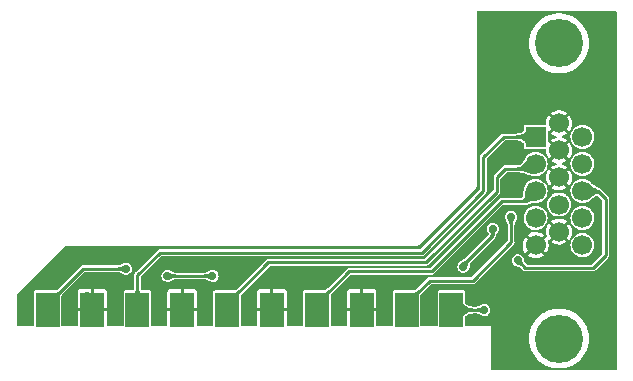
<source format=gbr>
G04 #@! TF.GenerationSoftware,KiCad,Pcbnew,(6.0.6-0)*
G04 #@! TF.CreationDate,2022-10-20T14:25:19-04:00*
G04 #@! TF.ProjectId,gscartsw2VGA,67736361-7274-4737-9732-5647412e6b69,1*
G04 #@! TF.SameCoordinates,Original*
G04 #@! TF.FileFunction,Copper,L1,Top*
G04 #@! TF.FilePolarity,Positive*
%FSLAX46Y46*%
G04 Gerber Fmt 4.6, Leading zero omitted, Abs format (unit mm)*
G04 Created by KiCad (PCBNEW (6.0.6-0)) date 2022-10-20 14:25:19*
%MOMM*%
%LPD*%
G01*
G04 APERTURE LIST*
G04 #@! TA.AperFunction,ComponentPad*
%ADD10R,1.700000X1.700000*%
G04 #@! TD*
G04 #@! TA.AperFunction,ComponentPad*
%ADD11C,1.700000*%
G04 #@! TD*
G04 #@! TA.AperFunction,ComponentPad*
%ADD12C,4.066000*%
G04 #@! TD*
G04 #@! TA.AperFunction,SMDPad,CuDef*
%ADD13R,2.000000X3.000000*%
G04 #@! TD*
G04 #@! TA.AperFunction,ViaPad*
%ADD14C,0.700000*%
G04 #@! TD*
G04 #@! TA.AperFunction,Conductor*
%ADD15C,0.250000*%
G04 #@! TD*
G04 APERTURE END LIST*
D10*
X160170000Y-89185000D03*
D11*
X160170000Y-91475000D03*
X160170000Y-93765000D03*
X160170000Y-96055000D03*
X160170000Y-98345000D03*
X162150000Y-88040000D03*
X162150000Y-90330000D03*
X162150000Y-92620000D03*
X162150000Y-94910000D03*
X162150000Y-97200000D03*
X164130000Y-89185000D03*
X164130000Y-91475000D03*
X164130000Y-93765000D03*
X164130000Y-96055000D03*
X164130000Y-98345000D03*
D12*
X162150000Y-106260000D03*
X162150000Y-81270000D03*
D13*
X118843324Y-103821881D03*
X122643324Y-103821881D03*
X126443324Y-103821881D03*
X130243324Y-103821881D03*
X134043324Y-103821881D03*
X137843324Y-103821881D03*
X141643324Y-103821881D03*
X145443324Y-103821881D03*
X149243324Y-103821881D03*
X153043324Y-103821881D03*
D14*
X145025000Y-101375000D03*
X138650000Y-101090000D03*
X126360000Y-99190000D03*
X158490000Y-90490000D03*
X130300000Y-99750000D03*
X158490000Y-93260000D03*
X122160000Y-102690000D03*
X132810000Y-100960000D03*
X129000000Y-100960000D03*
X158650000Y-99625000D03*
X125490000Y-100350000D03*
X158090000Y-95960000D03*
X156530000Y-96960000D03*
X154059998Y-100160000D03*
X155820000Y-103840000D03*
D15*
X129000000Y-100960000D02*
X132810000Y-100960000D01*
X165020000Y-100280000D02*
X166090000Y-99210000D01*
X158650000Y-99625000D02*
X159305000Y-100280000D01*
X166090000Y-99210000D02*
X166090000Y-94410000D01*
X166090000Y-94410000D02*
X165430000Y-93750000D01*
X165430000Y-93750000D02*
X164320000Y-93750000D01*
X159305000Y-100280000D02*
X165020000Y-100280000D01*
X164320000Y-93750000D02*
X164110000Y-93540000D01*
X121850000Y-100350000D02*
X125490000Y-100350000D01*
X118820000Y-103850000D02*
X118820000Y-103380000D01*
X118820000Y-103380000D02*
X121850000Y-100350000D01*
X149243324Y-103166676D02*
X149383324Y-103166676D01*
X158090000Y-98110000D02*
X158090000Y-95960000D01*
X151200000Y-101350000D02*
X154850000Y-101350000D01*
X149383324Y-103166676D02*
X151200000Y-101350000D01*
X154850000Y-101350000D02*
X158090000Y-98110000D01*
X156530000Y-97520000D02*
X154059998Y-99990002D01*
X156530000Y-96960000D02*
X156530000Y-97520000D01*
X154059998Y-99990002D02*
X154059998Y-100160000D01*
X155820000Y-103840000D02*
X152980000Y-103840000D01*
X157450000Y-89190000D02*
X155730000Y-90910000D01*
X160170000Y-88935000D02*
X159915000Y-89190000D01*
X155730000Y-93770000D02*
X150510000Y-98990000D01*
X155730000Y-90910000D02*
X155730000Y-93770000D01*
X128370000Y-98990000D02*
X126460000Y-100900000D01*
X159915000Y-89190000D02*
X157450000Y-89190000D01*
X126460000Y-100900000D02*
X126460000Y-103870000D01*
X150510000Y-98990000D02*
X128370000Y-98990000D01*
X134130000Y-103220000D02*
X134130000Y-103900000D01*
X157610000Y-91880000D02*
X156900000Y-92590000D01*
X159515000Y-91880000D02*
X157610000Y-91880000D01*
X156900000Y-93810000D02*
X150910000Y-99800000D01*
X137550000Y-99800000D02*
X134130000Y-103220000D01*
X150910000Y-99800000D02*
X137550000Y-99800000D01*
X156900000Y-92590000D02*
X156900000Y-93810000D01*
X159905000Y-91490000D02*
X159515000Y-91880000D01*
X157290000Y-94640000D02*
X151360000Y-100570000D01*
X160170000Y-93840000D02*
X159370000Y-94640000D01*
X141710000Y-103240000D02*
X141710000Y-103870000D01*
X151360000Y-100570000D02*
X144380000Y-100570000D01*
X159370000Y-94640000D02*
X157290000Y-94640000D01*
X144380000Y-100570000D02*
X141710000Y-103240000D01*
G04 #@! TA.AperFunction,Conductor*
G36*
X135074809Y-102114200D02*
G01*
X135235907Y-102275298D01*
X135239334Y-102283571D01*
X135236394Y-102291327D01*
X135107182Y-102437257D01*
X135106946Y-102437623D01*
X135017037Y-102577014D01*
X135014654Y-102580708D01*
X134959316Y-102717130D01*
X134959209Y-102717700D01*
X134959208Y-102717704D01*
X134941098Y-102814337D01*
X134934374Y-102850213D01*
X134933036Y-102983652D01*
X134933075Y-102983996D01*
X134933075Y-102984002D01*
X134941676Y-103060417D01*
X134948510Y-103121138D01*
X134948538Y-103121295D01*
X134948539Y-103121305D01*
X134973999Y-103266352D01*
X134974001Y-103266364D01*
X135002677Y-103422799D01*
X135002746Y-103423214D01*
X135027811Y-103594417D01*
X135027899Y-103595207D01*
X135042000Y-103776919D01*
X135039223Y-103785432D01*
X135034789Y-103788643D01*
X133853190Y-104274901D01*
X133844235Y-104274880D01*
X133837752Y-104268107D01*
X133398080Y-103068498D01*
X133398450Y-103059551D01*
X133401950Y-103055184D01*
X133580770Y-102918200D01*
X133581844Y-102917468D01*
X133752385Y-102814654D01*
X133753481Y-102814071D01*
X133913431Y-102739472D01*
X133914292Y-102739111D01*
X134067859Y-102681917D01*
X134068180Y-102681804D01*
X134167627Y-102648590D01*
X134219140Y-102631386D01*
X134219160Y-102631379D01*
X134219226Y-102631357D01*
X134371388Y-102577014D01*
X134371584Y-102576928D01*
X134528090Y-102508205D01*
X134528094Y-102508203D01*
X134528365Y-102508084D01*
X134567548Y-102485789D01*
X134693744Y-102413984D01*
X134693753Y-102413978D01*
X134694031Y-102413820D01*
X134694295Y-102413627D01*
X134872009Y-102283659D01*
X134872016Y-102283653D01*
X134872257Y-102283477D01*
X134881244Y-102275298D01*
X134976617Y-102188493D01*
X135058662Y-102113820D01*
X135067086Y-102110786D01*
X135074809Y-102114200D01*
G37*
G04 #@! TD.AperFunction*
G04 #@! TA.AperFunction,Conductor*
G36*
X126582207Y-101883427D02*
G01*
X126585616Y-101891049D01*
X126597890Y-102111141D01*
X126597964Y-102111527D01*
X126597965Y-102111532D01*
X126634148Y-102299222D01*
X126634150Y-102299228D01*
X126634237Y-102299681D01*
X126690553Y-102455016D01*
X126763349Y-102586542D01*
X126849138Y-102703659D01*
X126944432Y-102815762D01*
X126944475Y-102815811D01*
X127045573Y-102932056D01*
X127045894Y-102932441D01*
X127149280Y-103062140D01*
X127149849Y-103062917D01*
X127252129Y-103215468D01*
X127252752Y-103216512D01*
X127346866Y-103394370D01*
X127347707Y-103403285D01*
X127344813Y-103408100D01*
X126443060Y-104313183D01*
X126434794Y-104316625D01*
X126426196Y-104312884D01*
X125952256Y-103802252D01*
X125557044Y-103376444D01*
X125553928Y-103368049D01*
X125555476Y-103362656D01*
X125654680Y-103190012D01*
X125655323Y-103189012D01*
X125761781Y-103040899D01*
X125762348Y-103040173D01*
X125868888Y-102914183D01*
X125869185Y-102913845D01*
X125972551Y-102800738D01*
X125972558Y-102800731D01*
X125972602Y-102800682D01*
X126069407Y-102691302D01*
X126156107Y-102576622D01*
X126159331Y-102570934D01*
X126229124Y-102447812D01*
X126229127Y-102447805D01*
X126229358Y-102447398D01*
X126283865Y-102299681D01*
X126285659Y-102294820D01*
X126285660Y-102294817D01*
X126285820Y-102294383D01*
X126321676Y-102110747D01*
X126322070Y-102108727D01*
X126322070Y-102108725D01*
X126322147Y-102108332D01*
X126334378Y-101891041D01*
X126338265Y-101882975D01*
X126346060Y-101880000D01*
X126573934Y-101880000D01*
X126582207Y-101883427D01*
G37*
G04 #@! TD.AperFunction*
G04 #@! TA.AperFunction,Conductor*
G36*
X119906224Y-102132773D02*
G01*
X120067322Y-102293871D01*
X120070749Y-102302144D01*
X120067802Y-102309907D01*
X119962813Y-102428289D01*
X119936526Y-102457929D01*
X119842250Y-102603108D01*
X119785287Y-102741001D01*
X119758636Y-102875411D01*
X119758624Y-102875914D01*
X119758623Y-102875919D01*
X119757948Y-102903164D01*
X119755298Y-103010138D01*
X119768275Y-103148985D01*
X119768303Y-103149169D01*
X119790565Y-103295752D01*
X119815135Y-103454023D01*
X119815197Y-103454487D01*
X119835041Y-103627843D01*
X119835106Y-103628676D01*
X119842960Y-103813077D01*
X119839889Y-103821489D01*
X119835329Y-103824549D01*
X118636921Y-104267723D01*
X118627973Y-104267378D01*
X118621739Y-104260375D01*
X118225766Y-103045643D01*
X118226460Y-103036715D01*
X118230118Y-103032476D01*
X118412307Y-102903160D01*
X118413390Y-102902478D01*
X118586520Y-102806385D01*
X118587610Y-102805852D01*
X118739731Y-102741001D01*
X118749320Y-102736913D01*
X118750140Y-102736600D01*
X118800070Y-102719659D01*
X118904662Y-102684173D01*
X118904987Y-102684068D01*
X119056205Y-102637633D01*
X119056204Y-102637633D01*
X119056306Y-102637602D01*
X119126455Y-102614026D01*
X119207923Y-102586647D01*
X119207932Y-102586643D01*
X119208142Y-102586573D01*
X119364297Y-102520407D01*
X119364570Y-102520255D01*
X119364577Y-102520251D01*
X119476662Y-102457595D01*
X119528737Y-102428485D01*
X119529007Y-102428289D01*
X119705175Y-102300369D01*
X119705178Y-102300366D01*
X119705428Y-102300185D01*
X119889658Y-102132773D01*
X119890083Y-102132387D01*
X119898510Y-102129359D01*
X119906224Y-102132773D01*
G37*
G04 #@! TD.AperFunction*
G04 #@! TA.AperFunction,Conductor*
G36*
X156535828Y-96795819D02*
G01*
X156537813Y-96798338D01*
X156773257Y-97200266D01*
X156774482Y-97209136D01*
X156772021Y-97213820D01*
X156734815Y-97256929D01*
X156734575Y-97257319D01*
X156734570Y-97257325D01*
X156705472Y-97304504D01*
X156705241Y-97304879D01*
X156685259Y-97351943D01*
X156671362Y-97398726D01*
X156671333Y-97398848D01*
X156671330Y-97398858D01*
X156664449Y-97427497D01*
X156660043Y-97445832D01*
X156647901Y-97493453D01*
X156647663Y-97494262D01*
X156638186Y-97522421D01*
X156631337Y-97542770D01*
X156630811Y-97544069D01*
X156606845Y-97594392D01*
X156606036Y-97595823D01*
X156570864Y-97648915D01*
X156569885Y-97650191D01*
X156544413Y-97679044D01*
X156527634Y-97698049D01*
X156519590Y-97701983D01*
X156510590Y-97698579D01*
X156350055Y-97538044D01*
X156346628Y-97529771D01*
X156349225Y-97522422D01*
X156378767Y-97485833D01*
X156396408Y-97443733D01*
X156398405Y-97403550D01*
X156387622Y-97364530D01*
X156366925Y-97325918D01*
X156366711Y-97325618D01*
X156366707Y-97325611D01*
X156339283Y-97287106D01*
X156339277Y-97287098D01*
X156339178Y-97286959D01*
X156307247Y-97246899D01*
X156274189Y-97205224D01*
X156273824Y-97204739D01*
X156242634Y-97160933D01*
X156242000Y-97159940D01*
X156219330Y-97120160D01*
X156218211Y-97111275D01*
X156221062Y-97106257D01*
X156519285Y-96796142D01*
X156527489Y-96792554D01*
X156535828Y-96795819D01*
G37*
G04 #@! TD.AperFunction*
G04 #@! TA.AperFunction,Conductor*
G36*
X166991280Y-78528982D02*
G01*
X167018300Y-78575782D01*
X167019500Y-78589500D01*
X167019500Y-108880500D01*
X167001018Y-108931280D01*
X166954218Y-108958300D01*
X166940500Y-108959500D01*
X156509500Y-108959500D01*
X156458720Y-108941018D01*
X156431700Y-108894218D01*
X156430500Y-108880500D01*
X156430500Y-106260000D01*
X159611491Y-106260000D01*
X159631508Y-106578160D01*
X159691243Y-106891302D01*
X159789754Y-107194487D01*
X159925488Y-107482936D01*
X160096303Y-107752098D01*
X160299507Y-107997729D01*
X160301315Y-107999427D01*
X160301318Y-107999430D01*
X160530080Y-108214253D01*
X160530085Y-108214257D01*
X160531893Y-108215955D01*
X160789799Y-108403334D01*
X161069155Y-108556912D01*
X161071460Y-108557824D01*
X161071465Y-108557827D01*
X161363249Y-108673352D01*
X161365558Y-108674266D01*
X161674331Y-108753545D01*
X161676802Y-108753857D01*
X161676801Y-108753857D01*
X161988143Y-108793189D01*
X161988145Y-108793189D01*
X161990606Y-108793500D01*
X162309394Y-108793500D01*
X162311855Y-108793189D01*
X162311857Y-108793189D01*
X162623199Y-108753857D01*
X162623198Y-108753857D01*
X162625669Y-108753545D01*
X162934442Y-108674266D01*
X162936751Y-108673352D01*
X163228535Y-108557827D01*
X163228540Y-108557824D01*
X163230845Y-108556912D01*
X163510201Y-108403334D01*
X163768107Y-108215955D01*
X163769915Y-108214257D01*
X163769920Y-108214253D01*
X163998682Y-107999430D01*
X163998685Y-107999427D01*
X164000493Y-107997729D01*
X164203697Y-107752098D01*
X164374512Y-107482936D01*
X164510246Y-107194487D01*
X164608757Y-106891302D01*
X164668492Y-106578160D01*
X164688509Y-106260000D01*
X164668492Y-105941840D01*
X164608757Y-105628698D01*
X164510246Y-105325513D01*
X164499889Y-105303504D01*
X164375567Y-105039305D01*
X164375564Y-105039299D01*
X164374512Y-105037064D01*
X164203697Y-104767902D01*
X164000493Y-104522271D01*
X163998682Y-104520570D01*
X163769920Y-104305747D01*
X163769915Y-104305743D01*
X163768107Y-104304045D01*
X163510201Y-104116666D01*
X163292176Y-103996805D01*
X163233021Y-103964284D01*
X163233018Y-103964282D01*
X163230845Y-103963088D01*
X163228540Y-103962176D01*
X163228535Y-103962173D01*
X162936751Y-103846648D01*
X162936748Y-103846647D01*
X162934442Y-103845734D01*
X162625669Y-103766455D01*
X162561045Y-103758291D01*
X162311857Y-103726811D01*
X162311855Y-103726811D01*
X162309394Y-103726500D01*
X161990606Y-103726500D01*
X161988145Y-103726811D01*
X161988143Y-103726811D01*
X161738955Y-103758291D01*
X161674331Y-103766455D01*
X161365558Y-103845734D01*
X161363252Y-103846647D01*
X161363249Y-103846648D01*
X161071465Y-103962173D01*
X161071460Y-103962176D01*
X161069155Y-103963088D01*
X161066982Y-103964282D01*
X161066979Y-103964284D01*
X161007824Y-103996805D01*
X160789799Y-104116666D01*
X160531893Y-104304045D01*
X160530085Y-104305743D01*
X160530080Y-104305747D01*
X160301318Y-104520570D01*
X160299507Y-104522271D01*
X160096303Y-104767902D01*
X159925488Y-105037064D01*
X159924436Y-105039299D01*
X159924433Y-105039305D01*
X159800111Y-105303504D01*
X159789754Y-105325513D01*
X159691243Y-105628698D01*
X159631508Y-105941840D01*
X159611491Y-106260000D01*
X156430500Y-106260000D01*
X156430500Y-105405198D01*
X156430904Y-105398785D01*
X156434000Y-105390718D01*
X156431024Y-105364997D01*
X156430500Y-105355917D01*
X156430500Y-105350446D01*
X156429363Y-105345816D01*
X156429293Y-105345238D01*
X156427737Y-105336585D01*
X156426035Y-105321876D01*
X156426035Y-105321875D01*
X156424936Y-105312380D01*
X156419735Y-105304728D01*
X156419359Y-105303504D01*
X156418699Y-105302401D01*
X156416492Y-105293416D01*
X156400385Y-105275146D01*
X156394306Y-105267309D01*
X156385985Y-105255065D01*
X156385983Y-105255063D01*
X156380609Y-105247156D01*
X156372454Y-105242784D01*
X156371554Y-105241874D01*
X156370461Y-105241204D01*
X156364341Y-105234262D01*
X156355415Y-105230836D01*
X156355414Y-105230835D01*
X156341601Y-105225533D01*
X156332580Y-105221402D01*
X156317509Y-105213321D01*
X156317506Y-105213320D01*
X156311109Y-105209890D01*
X156308022Y-105209500D01*
X156305198Y-105209500D01*
X156298785Y-105209096D01*
X156290718Y-105206000D01*
X156265853Y-105208877D01*
X156264997Y-105208976D01*
X156255917Y-105209500D01*
X154282824Y-105209500D01*
X154232044Y-105191018D01*
X154205024Y-105144218D01*
X154203824Y-105130500D01*
X154203824Y-104441646D01*
X154222306Y-104390866D01*
X154231302Y-104381759D01*
X154255048Y-104361330D01*
X154259481Y-104357785D01*
X154271159Y-104349116D01*
X154355771Y-104286305D01*
X154364194Y-104280846D01*
X154380843Y-104271503D01*
X154463801Y-104224946D01*
X154475202Y-104219692D01*
X154500384Y-104210434D01*
X154592479Y-104176575D01*
X154604584Y-104173190D01*
X154619242Y-104170325D01*
X154755961Y-104143601D01*
X154766658Y-104142260D01*
X154822268Y-104139116D01*
X154968302Y-104130860D01*
X154981125Y-104127740D01*
X154999802Y-104125500D01*
X155104304Y-104125500D01*
X155122162Y-104127545D01*
X155136085Y-104130776D01*
X155145137Y-104131063D01*
X155193824Y-104132607D01*
X155199875Y-104133032D01*
X155235083Y-104136867D01*
X155245262Y-104137976D01*
X155252538Y-104139115D01*
X155285296Y-104145820D01*
X155293149Y-104147853D01*
X155318700Y-104155898D01*
X155326002Y-104158601D01*
X155335910Y-104162834D01*
X155350632Y-104169125D01*
X155356154Y-104171742D01*
X155385377Y-104187004D01*
X155388440Y-104188691D01*
X155425540Y-104210208D01*
X155426155Y-104210568D01*
X155471260Y-104237275D01*
X155471416Y-104237366D01*
X155471495Y-104237413D01*
X155471588Y-104237467D01*
X155471667Y-104237513D01*
X155473207Y-104238404D01*
X155474385Y-104239085D01*
X155525845Y-104268169D01*
X155526013Y-104268261D01*
X155526076Y-104268297D01*
X155528602Y-104269691D01*
X155528742Y-104269768D01*
X155529113Y-104269968D01*
X155529313Y-104270073D01*
X155529350Y-104270093D01*
X155531158Y-104271044D01*
X155532030Y-104271503D01*
X155532107Y-104271543D01*
X155532150Y-104271565D01*
X155560851Y-104286307D01*
X155584389Y-104298397D01*
X155586477Y-104299185D01*
X155586680Y-104299275D01*
X155588637Y-104300176D01*
X155593282Y-104302391D01*
X155597964Y-104305508D01*
X155737541Y-104349116D01*
X155787056Y-104350023D01*
X155878120Y-104351692D01*
X155878121Y-104351692D01*
X155883747Y-104351795D01*
X156024829Y-104313332D01*
X156149445Y-104236818D01*
X156153218Y-104232650D01*
X156153220Y-104232648D01*
X156243799Y-104132577D01*
X156243800Y-104132576D01*
X156247576Y-104128404D01*
X156311335Y-103996805D01*
X156316807Y-103964284D01*
X156335090Y-103855610D01*
X156335090Y-103855607D01*
X156335596Y-103852601D01*
X156335680Y-103845734D01*
X156335713Y-103843052D01*
X156335713Y-103843048D01*
X156335750Y-103840000D01*
X156324049Y-103758291D01*
X156315818Y-103700816D01*
X156315817Y-103700814D01*
X156315020Y-103695246D01*
X156312691Y-103690123D01*
X156256827Y-103567257D01*
X156256826Y-103567255D01*
X156254495Y-103562129D01*
X156250820Y-103557864D01*
X156250818Y-103557861D01*
X156162716Y-103455615D01*
X156159041Y-103451350D01*
X156093052Y-103408578D01*
X156041054Y-103374874D01*
X156041051Y-103374872D01*
X156036332Y-103371814D01*
X155966283Y-103350865D01*
X155901621Y-103331526D01*
X155901619Y-103331526D01*
X155896233Y-103329915D01*
X155823711Y-103329472D01*
X155755630Y-103329056D01*
X155755628Y-103329056D01*
X155750005Y-103329022D01*
X155609404Y-103369206D01*
X155604645Y-103372209D01*
X155604642Y-103372210D01*
X155603268Y-103373077D01*
X155590142Y-103379738D01*
X155588122Y-103380536D01*
X155584390Y-103381602D01*
X155532052Y-103408485D01*
X155529289Y-103409938D01*
X155528878Y-103410159D01*
X155525827Y-103411841D01*
X155474386Y-103440914D01*
X155471494Y-103442587D01*
X155426386Y-103469296D01*
X155425856Y-103469606D01*
X155388418Y-103491320D01*
X155385352Y-103493009D01*
X155356154Y-103508257D01*
X155350624Y-103510877D01*
X155326003Y-103521397D01*
X155318700Y-103524101D01*
X155293149Y-103532146D01*
X155285296Y-103534179D01*
X155252538Y-103540884D01*
X155245262Y-103542023D01*
X155235083Y-103543132D01*
X155199875Y-103546967D01*
X155193825Y-103547392D01*
X155157442Y-103548546D01*
X155136083Y-103549224D01*
X155132449Y-103550037D01*
X155132450Y-103550037D01*
X155121022Y-103552594D01*
X155103772Y-103554500D01*
X154999163Y-103554500D01*
X154979358Y-103551977D01*
X154968399Y-103549139D01*
X154901549Y-103545323D01*
X154770110Y-103537819D01*
X154759260Y-103536441D01*
X154611298Y-103507126D01*
X154598935Y-103503610D01*
X154485142Y-103460977D01*
X154473433Y-103455458D01*
X154377291Y-103400090D01*
X154368586Y-103394276D01*
X154275781Y-103322974D01*
X154271095Y-103319078D01*
X154230008Y-103282140D01*
X154204601Y-103234446D01*
X154203824Y-103223391D01*
X154203824Y-102306075D01*
X154194511Y-102259257D01*
X154159038Y-102206167D01*
X154105948Y-102170694D01*
X154098319Y-102169176D01*
X154098318Y-102169176D01*
X154074383Y-102164415D01*
X154059130Y-102161381D01*
X152027518Y-102161381D01*
X152012265Y-102164415D01*
X151988330Y-102169176D01*
X151988329Y-102169176D01*
X151980700Y-102170694D01*
X151927610Y-102206167D01*
X151892137Y-102259257D01*
X151882824Y-102306075D01*
X151882824Y-105130500D01*
X151864342Y-105181280D01*
X151817542Y-105208300D01*
X151803824Y-105209500D01*
X150482824Y-105209500D01*
X150432044Y-105191018D01*
X150405024Y-105144218D01*
X150403824Y-105130500D01*
X150403824Y-103792968D01*
X150404365Y-103783738D01*
X150406903Y-103762163D01*
X150404072Y-103726499D01*
X150403824Y-103720248D01*
X150403824Y-102614570D01*
X150416409Y-102571791D01*
X150418579Y-102568423D01*
X150424996Y-102558460D01*
X150433488Y-102545276D01*
X150440747Y-102535695D01*
X150554704Y-102406948D01*
X150554706Y-102406945D01*
X150557081Y-102404262D01*
X150563688Y-102393325D01*
X150575446Y-102378312D01*
X151295119Y-101658639D01*
X151344095Y-101635801D01*
X151350980Y-101635500D01*
X154798526Y-101635500D01*
X154803255Y-101635847D01*
X154807571Y-101637329D01*
X154854799Y-101635556D01*
X154857762Y-101635500D01*
X154876552Y-101635500D01*
X154880129Y-101634834D01*
X154882172Y-101634645D01*
X154886469Y-101634367D01*
X154906563Y-101633613D01*
X154906565Y-101633613D01*
X154913853Y-101633339D01*
X154925442Y-101628360D01*
X154942155Y-101623283D01*
X154947384Y-101622309D01*
X154947388Y-101622308D01*
X154954559Y-101620972D01*
X154977045Y-101607112D01*
X154987310Y-101601780D01*
X154989094Y-101601014D01*
X155011574Y-101591355D01*
X155016215Y-101587543D01*
X155021606Y-101582152D01*
X155036014Y-101570763D01*
X155038886Y-101568993D01*
X155038889Y-101568990D01*
X155045098Y-101565163D01*
X155062500Y-101542278D01*
X155069523Y-101534235D01*
X156985059Y-99618699D01*
X158134288Y-99618699D01*
X158136125Y-99632747D01*
X158146012Y-99708350D01*
X158153249Y-99763695D01*
X158212143Y-99897542D01*
X158215765Y-99901851D01*
X158263206Y-99958289D01*
X158306236Y-100009479D01*
X158427964Y-100090508D01*
X158463879Y-100101729D01*
X158478684Y-100108077D01*
X158489044Y-100113834D01*
X158492468Y-100115737D01*
X158496163Y-100116924D01*
X158496167Y-100116926D01*
X158534484Y-100129237D01*
X158548493Y-100133738D01*
X158551596Y-100134702D01*
X158551757Y-100134750D01*
X158551779Y-100134757D01*
X158551791Y-100134761D01*
X158551864Y-100134782D01*
X158552043Y-100134836D01*
X158555265Y-100135766D01*
X158612179Y-100151578D01*
X158613707Y-100151995D01*
X158613935Y-100152056D01*
X158615646Y-100152504D01*
X158666363Y-100165494D01*
X158666889Y-100165631D01*
X158704426Y-100175610D01*
X158708609Y-100176722D01*
X158711970Y-100177696D01*
X158743406Y-100187563D01*
X158749166Y-100189619D01*
X158774014Y-100199589D01*
X158781105Y-100202849D01*
X158804842Y-100215219D01*
X158811845Y-100219340D01*
X158839762Y-100237770D01*
X158845701Y-100242103D01*
X158881288Y-100270697D01*
X158885858Y-100274667D01*
X158927991Y-100314210D01*
X158931137Y-100316205D01*
X158931140Y-100316208D01*
X158941025Y-100322478D01*
X158954569Y-100333327D01*
X159066718Y-100445476D01*
X159069822Y-100449071D01*
X159071826Y-100453171D01*
X159077173Y-100458131D01*
X159106495Y-100485331D01*
X159108630Y-100487388D01*
X159121896Y-100500654D01*
X159124902Y-100502716D01*
X159126459Y-100504010D01*
X159129694Y-100506851D01*
X159149800Y-100525502D01*
X159160598Y-100529810D01*
X159161513Y-100530175D01*
X159176925Y-100538404D01*
X159187328Y-100545541D01*
X159210216Y-100550972D01*
X159213027Y-100551639D01*
X159224058Y-100555128D01*
X159248586Y-100564914D01*
X159254563Y-100565500D01*
X159262193Y-100565500D01*
X159280432Y-100567635D01*
X159290812Y-100570098D01*
X159298042Y-100569114D01*
X159298043Y-100569114D01*
X159319291Y-100566222D01*
X159329945Y-100565500D01*
X164968526Y-100565500D01*
X164973255Y-100565847D01*
X164977571Y-100567329D01*
X165024799Y-100565556D01*
X165027762Y-100565500D01*
X165046552Y-100565500D01*
X165050129Y-100564834D01*
X165052172Y-100564645D01*
X165056469Y-100564367D01*
X165076563Y-100563613D01*
X165076565Y-100563613D01*
X165083853Y-100563339D01*
X165095442Y-100558360D01*
X165112155Y-100553283D01*
X165117384Y-100552309D01*
X165117388Y-100552308D01*
X165124559Y-100550972D01*
X165147045Y-100537112D01*
X165157310Y-100531780D01*
X165164693Y-100528608D01*
X165181574Y-100521355D01*
X165186215Y-100517543D01*
X165191606Y-100512152D01*
X165206014Y-100500763D01*
X165208886Y-100498993D01*
X165208889Y-100498990D01*
X165215098Y-100495163D01*
X165232500Y-100472278D01*
X165239523Y-100464235D01*
X166255476Y-99448282D01*
X166259071Y-99445178D01*
X166263171Y-99443174D01*
X166295331Y-99408505D01*
X166297388Y-99406370D01*
X166310654Y-99393104D01*
X166312716Y-99390098D01*
X166314010Y-99388541D01*
X166316852Y-99385305D01*
X166330540Y-99370549D01*
X166335502Y-99365200D01*
X166340174Y-99353490D01*
X166348406Y-99338073D01*
X166351415Y-99333687D01*
X166351417Y-99333683D01*
X166355541Y-99327671D01*
X166358010Y-99317270D01*
X166361640Y-99301972D01*
X166365129Y-99290941D01*
X166372846Y-99271598D01*
X166372846Y-99271597D01*
X166374914Y-99266414D01*
X166375500Y-99260437D01*
X166375500Y-99252813D01*
X166377635Y-99234572D01*
X166378414Y-99231289D01*
X166378414Y-99231288D01*
X166380099Y-99224188D01*
X166376222Y-99195702D01*
X166375500Y-99185048D01*
X166375500Y-94461474D01*
X166375847Y-94456745D01*
X166377329Y-94452429D01*
X166375556Y-94405201D01*
X166375500Y-94402238D01*
X166375500Y-94383448D01*
X166374834Y-94379871D01*
X166374645Y-94377828D01*
X166374367Y-94373531D01*
X166373613Y-94353437D01*
X166373613Y-94353435D01*
X166373339Y-94346147D01*
X166368360Y-94334558D01*
X166363283Y-94317845D01*
X166362309Y-94312616D01*
X166362308Y-94312612D01*
X166360972Y-94305441D01*
X166347112Y-94282955D01*
X166341780Y-94272690D01*
X166333555Y-94253547D01*
X166331355Y-94248426D01*
X166327543Y-94243785D01*
X166322152Y-94238394D01*
X166310763Y-94223986D01*
X166308993Y-94221114D01*
X166308990Y-94221111D01*
X166305163Y-94214902D01*
X166282279Y-94197500D01*
X166274235Y-94190477D01*
X165926404Y-93842646D01*
X165917996Y-93832725D01*
X165909789Y-93821244D01*
X165905705Y-93815530D01*
X165884593Y-93795709D01*
X165801709Y-93717896D01*
X165799920Y-93716162D01*
X165668282Y-93584524D01*
X165665178Y-93580929D01*
X165663174Y-93576829D01*
X165628505Y-93544669D01*
X165626370Y-93542612D01*
X165613104Y-93529346D01*
X165610098Y-93527284D01*
X165608541Y-93525990D01*
X165605305Y-93523148D01*
X165590549Y-93509460D01*
X165585200Y-93504498D01*
X165573487Y-93499825D01*
X165558075Y-93491596D01*
X165547672Y-93484459D01*
X165521973Y-93478361D01*
X165510942Y-93474872D01*
X165486414Y-93465086D01*
X165480437Y-93464500D01*
X165478499Y-93464500D01*
X165477597Y-93464456D01*
X165440429Y-93453064D01*
X165427558Y-93445243D01*
X165427526Y-93445223D01*
X165427431Y-93445166D01*
X165427372Y-93445131D01*
X165427314Y-93445096D01*
X165425886Y-93444248D01*
X165424629Y-93443501D01*
X165424209Y-93443257D01*
X165421067Y-93441477D01*
X165326368Y-93389191D01*
X165326361Y-93389187D01*
X165325540Y-93388734D01*
X165325554Y-93388709D01*
X165324633Y-93388162D01*
X165324602Y-93388219D01*
X165234071Y-93338945D01*
X165231831Y-93337678D01*
X165166975Y-93299589D01*
X165146433Y-93287525D01*
X165142252Y-93284891D01*
X165056610Y-93227071D01*
X165051666Y-93223445D01*
X165007544Y-93188376D01*
X164959271Y-93150007D01*
X164954597Y-93145984D01*
X164854212Y-93052514D01*
X164850229Y-93048805D01*
X164847619Y-93046923D01*
X164843485Y-93043727D01*
X164700778Y-92925669D01*
X164700776Y-92925668D01*
X164697798Y-92923204D01*
X164523479Y-92828950D01*
X164334172Y-92770350D01*
X164137089Y-92749636D01*
X164133243Y-92749986D01*
X164133242Y-92749986D01*
X164085487Y-92754332D01*
X163939735Y-92767596D01*
X163936028Y-92768687D01*
X163753338Y-92822456D01*
X163753335Y-92822457D01*
X163749629Y-92823548D01*
X163574010Y-92915359D01*
X163571003Y-92917777D01*
X163571001Y-92917778D01*
X163561192Y-92925665D01*
X163419570Y-93039532D01*
X163292189Y-93191339D01*
X163290327Y-93194727D01*
X163290325Y-93194729D01*
X163235573Y-93294322D01*
X163196720Y-93364996D01*
X163195551Y-93368680D01*
X163195551Y-93368681D01*
X163192574Y-93378065D01*
X163136800Y-93553889D01*
X163114710Y-93750823D01*
X163121057Y-93826414D01*
X163129353Y-93925200D01*
X163131292Y-93948297D01*
X163185915Y-94138790D01*
X163276498Y-94315045D01*
X163399590Y-94470348D01*
X163550504Y-94598786D01*
X163553878Y-94600672D01*
X163553880Y-94600673D01*
X163581877Y-94616320D01*
X163723490Y-94695465D01*
X163727152Y-94696655D01*
X163727157Y-94696657D01*
X163849241Y-94736324D01*
X163911960Y-94756702D01*
X163915797Y-94757160D01*
X163915799Y-94757160D01*
X164104892Y-94779708D01*
X164104895Y-94779708D01*
X164108735Y-94780166D01*
X164306320Y-94764963D01*
X164497190Y-94711671D01*
X164572687Y-94673535D01*
X164581623Y-94669693D01*
X164603021Y-94662018D01*
X164603024Y-94662017D01*
X164606675Y-94660707D01*
X164649773Y-94634831D01*
X164654812Y-94632050D01*
X164674073Y-94622321D01*
X164677116Y-94619943D01*
X164677120Y-94619941D01*
X164681754Y-94616320D01*
X164689725Y-94610844D01*
X164730955Y-94586089D01*
X164731415Y-94585813D01*
X164739252Y-94580803D01*
X164739701Y-94580498D01*
X164739893Y-94580368D01*
X164739924Y-94580346D01*
X164740332Y-94580069D01*
X164747781Y-94574698D01*
X164774747Y-94554095D01*
X164867925Y-94482904D01*
X164867951Y-94482884D01*
X164868134Y-94482744D01*
X164872100Y-94479617D01*
X164872308Y-94479448D01*
X164872344Y-94479419D01*
X164872421Y-94479356D01*
X164872431Y-94479348D01*
X164872647Y-94479172D01*
X164876709Y-94475758D01*
X164988503Y-94378691D01*
X164990034Y-94377345D01*
X165091395Y-94287124D01*
X165094127Y-94284802D01*
X165179801Y-94215246D01*
X165187594Y-94209668D01*
X165251550Y-94169522D01*
X165267640Y-94161802D01*
X165302907Y-94149562D01*
X165329304Y-94145197D01*
X165336217Y-94145240D01*
X165345843Y-94145301D01*
X165374733Y-94150970D01*
X165408995Y-94164702D01*
X165429127Y-94176482D01*
X165512516Y-94243585D01*
X165519395Y-94247417D01*
X165536812Y-94260570D01*
X165781361Y-94505119D01*
X165804199Y-94554095D01*
X165804500Y-94560980D01*
X165804500Y-99059020D01*
X165786018Y-99109800D01*
X165781361Y-99114881D01*
X164924881Y-99971361D01*
X164875905Y-99994199D01*
X164869020Y-99994500D01*
X159455980Y-99994500D01*
X159405200Y-99976018D01*
X159400119Y-99971361D01*
X159357952Y-99929194D01*
X159346769Y-99915119D01*
X159341263Y-99906285D01*
X159339210Y-99902991D01*
X159299667Y-99860858D01*
X159295697Y-99856288D01*
X159267103Y-99820701D01*
X159262770Y-99814762D01*
X159244340Y-99786845D01*
X159240219Y-99779842D01*
X159227849Y-99756105D01*
X159224589Y-99749014D01*
X159214618Y-99724163D01*
X159212562Y-99718405D01*
X159202688Y-99686947D01*
X159201720Y-99683605D01*
X159197596Y-99668092D01*
X159190666Y-99642023D01*
X159190503Y-99641400D01*
X159177504Y-99590645D01*
X159177110Y-99589141D01*
X159177104Y-99589119D01*
X159177056Y-99588935D01*
X159176995Y-99588707D01*
X159176578Y-99587179D01*
X159160766Y-99530265D01*
X159159836Y-99527043D01*
X159159783Y-99526866D01*
X159159761Y-99526791D01*
X159159738Y-99526717D01*
X159159702Y-99526596D01*
X159158738Y-99523493D01*
X159145163Y-99481242D01*
X159145020Y-99480246D01*
X159144415Y-99478916D01*
X159140737Y-99467468D01*
X159128644Y-99440722D01*
X159126189Y-99435291D01*
X159126187Y-99435287D01*
X159125260Y-99433237D01*
X159122554Y-99428706D01*
X159122320Y-99428369D01*
X159117013Y-99418649D01*
X159086825Y-99352253D01*
X159086824Y-99352252D01*
X159084495Y-99347129D01*
X158989041Y-99236350D01*
X158947404Y-99209362D01*
X159487909Y-99209362D01*
X159488854Y-99212891D01*
X159488965Y-99213000D01*
X159639863Y-99313827D01*
X159646204Y-99317270D01*
X159825297Y-99394214D01*
X159832161Y-99396444D01*
X160022274Y-99439463D01*
X160029425Y-99440404D01*
X160224191Y-99448057D01*
X160231408Y-99447678D01*
X160424304Y-99419710D01*
X160431321Y-99418025D01*
X160615896Y-99355371D01*
X160622488Y-99352436D01*
X160792552Y-99257195D01*
X160798503Y-99253105D01*
X160843929Y-99215325D01*
X160849651Y-99205514D01*
X160848803Y-99200580D01*
X160179851Y-98531628D01*
X160169557Y-98526828D01*
X160163263Y-98528514D01*
X159492709Y-99199068D01*
X159487909Y-99209362D01*
X158947404Y-99209362D01*
X158926329Y-99195702D01*
X158871054Y-99159874D01*
X158871051Y-99159872D01*
X158866332Y-99156814D01*
X158796282Y-99135864D01*
X158731621Y-99116526D01*
X158731619Y-99116526D01*
X158726233Y-99114915D01*
X158653711Y-99114472D01*
X158585630Y-99114056D01*
X158585628Y-99114056D01*
X158580005Y-99114022D01*
X158439404Y-99154206D01*
X158390522Y-99185048D01*
X158322416Y-99228020D01*
X158315732Y-99232237D01*
X158312011Y-99236450D01*
X158312010Y-99236451D01*
X158237713Y-99320576D01*
X158218932Y-99341841D01*
X158216540Y-99346936D01*
X158171222Y-99443462D01*
X158156786Y-99474209D01*
X158146092Y-99542888D01*
X158139561Y-99584837D01*
X158134288Y-99618699D01*
X156985059Y-99618699D01*
X158255476Y-98348282D01*
X158259071Y-98345178D01*
X158263171Y-98343174D01*
X158284948Y-98319698D01*
X159065903Y-98319698D01*
X159078651Y-98514201D01*
X159079780Y-98521328D01*
X159127759Y-98710243D01*
X159130172Y-98717057D01*
X159211773Y-98894066D01*
X159215380Y-98900313D01*
X159299487Y-99019322D01*
X159308816Y-99025794D01*
X159312795Y-99025428D01*
X159983372Y-98354851D01*
X159987759Y-98345443D01*
X160351828Y-98345443D01*
X160353514Y-98351737D01*
X161021566Y-99019789D01*
X161031860Y-99024589D01*
X161036695Y-99023294D01*
X161078105Y-98973503D01*
X161082195Y-98967552D01*
X161177436Y-98797488D01*
X161180371Y-98790896D01*
X161243025Y-98606321D01*
X161244710Y-98599304D01*
X161272864Y-98405127D01*
X161273260Y-98400486D01*
X161274652Y-98347327D01*
X161274500Y-98342685D01*
X161273410Y-98330823D01*
X163114710Y-98330823D01*
X163131292Y-98528297D01*
X163132356Y-98532006D01*
X163183263Y-98709540D01*
X163185915Y-98718790D01*
X163276498Y-98895045D01*
X163399590Y-99050348D01*
X163550504Y-99178786D01*
X163553878Y-99180672D01*
X163553880Y-99180673D01*
X163592615Y-99202321D01*
X163723490Y-99275465D01*
X163727152Y-99276655D01*
X163727157Y-99276657D01*
X163841557Y-99313827D01*
X163911960Y-99336702D01*
X163915797Y-99337160D01*
X163915799Y-99337160D01*
X164104892Y-99359708D01*
X164104895Y-99359708D01*
X164108735Y-99360166D01*
X164306320Y-99344963D01*
X164313842Y-99342863D01*
X164417836Y-99313827D01*
X164497190Y-99291671D01*
X164612767Y-99233289D01*
X164670619Y-99204066D01*
X164670621Y-99204065D01*
X164674073Y-99202321D01*
X164761600Y-99133937D01*
X164827190Y-99082693D01*
X164827192Y-99082691D01*
X164830232Y-99080316D01*
X164877610Y-99025428D01*
X164957196Y-98933228D01*
X164957200Y-98933223D01*
X164959720Y-98930303D01*
X164961626Y-98926947D01*
X164961630Y-98926942D01*
X165038914Y-98790896D01*
X165057604Y-98757996D01*
X165064183Y-98738220D01*
X165118935Y-98573630D01*
X165118936Y-98573625D01*
X165120156Y-98569958D01*
X165144993Y-98373351D01*
X165145389Y-98345000D01*
X165127395Y-98161486D01*
X165126428Y-98151621D01*
X165126428Y-98151620D01*
X165126051Y-98147777D01*
X165068774Y-97958065D01*
X165066963Y-97954660D01*
X165066961Y-97954654D01*
X164977551Y-97786500D01*
X164975739Y-97783092D01*
X164968919Y-97774729D01*
X164880894Y-97666801D01*
X164850490Y-97629522D01*
X164838723Y-97619787D01*
X164700773Y-97505665D01*
X164700772Y-97505664D01*
X164697798Y-97503204D01*
X164679979Y-97493569D01*
X164606168Y-97453660D01*
X164523479Y-97408950D01*
X164334172Y-97350350D01*
X164137089Y-97329636D01*
X164133243Y-97329986D01*
X164133242Y-97329986D01*
X164085487Y-97334332D01*
X163939735Y-97347596D01*
X163936028Y-97348687D01*
X163753338Y-97402456D01*
X163753335Y-97402457D01*
X163749629Y-97403548D01*
X163574010Y-97495359D01*
X163571003Y-97497777D01*
X163571001Y-97497778D01*
X163563208Y-97504044D01*
X163419570Y-97619532D01*
X163336522Y-97718505D01*
X163301349Y-97760423D01*
X163292189Y-97771339D01*
X163290327Y-97774727D01*
X163290325Y-97774729D01*
X163260763Y-97828503D01*
X163196720Y-97944996D01*
X163136800Y-98133889D01*
X163114710Y-98330823D01*
X161273410Y-98330823D01*
X161256545Y-98147288D01*
X161255230Y-98140195D01*
X161233843Y-98064362D01*
X161467909Y-98064362D01*
X161468854Y-98067891D01*
X161468965Y-98068000D01*
X161619863Y-98168827D01*
X161626204Y-98172270D01*
X161805297Y-98249214D01*
X161812161Y-98251444D01*
X162002274Y-98294463D01*
X162009425Y-98295404D01*
X162204191Y-98303057D01*
X162211408Y-98302678D01*
X162404304Y-98274710D01*
X162411321Y-98273025D01*
X162595896Y-98210371D01*
X162602488Y-98207436D01*
X162772552Y-98112195D01*
X162778503Y-98108105D01*
X162823929Y-98070325D01*
X162829651Y-98060514D01*
X162828803Y-98055580D01*
X162159851Y-97386628D01*
X162149557Y-97381828D01*
X162143263Y-97383514D01*
X161472709Y-98054068D01*
X161467909Y-98064362D01*
X161233843Y-98064362D01*
X161210552Y-97981776D01*
X161214557Y-97927885D01*
X161252265Y-97889177D01*
X161279357Y-97881663D01*
X161292795Y-97880428D01*
X161963372Y-97209851D01*
X161967759Y-97200443D01*
X162331828Y-97200443D01*
X162333514Y-97206737D01*
X163001566Y-97874789D01*
X163011860Y-97879589D01*
X163016695Y-97878294D01*
X163058105Y-97828503D01*
X163062195Y-97822552D01*
X163157436Y-97652488D01*
X163160371Y-97645896D01*
X163223025Y-97461321D01*
X163224710Y-97454304D01*
X163252864Y-97260127D01*
X163253260Y-97255486D01*
X163254652Y-97202327D01*
X163254500Y-97197685D01*
X163236545Y-97002288D01*
X163235230Y-96995195D01*
X163182321Y-96807592D01*
X163179736Y-96800858D01*
X163093525Y-96626037D01*
X163089756Y-96619887D01*
X163019915Y-96526358D01*
X163010418Y-96520132D01*
X163006139Y-96520638D01*
X162336628Y-97190149D01*
X162331828Y-97200443D01*
X161967759Y-97200443D01*
X161968172Y-97199557D01*
X161966486Y-97193263D01*
X161298622Y-96525399D01*
X161288328Y-96520599D01*
X161283842Y-96521801D01*
X161225749Y-96595490D01*
X161221826Y-96601531D01*
X161131065Y-96774039D01*
X161128304Y-96780703D01*
X161070502Y-96966857D01*
X161069002Y-96973919D01*
X161046092Y-97167481D01*
X161045903Y-97174698D01*
X161058651Y-97369201D01*
X161059780Y-97376327D01*
X161107956Y-97566020D01*
X161102542Y-97619787D01*
X161063834Y-97657495D01*
X161040673Y-97663918D01*
X161026139Y-97665638D01*
X160356628Y-98335149D01*
X160351828Y-98345443D01*
X159987759Y-98345443D01*
X159988172Y-98344557D01*
X159986486Y-98338263D01*
X159318622Y-97670399D01*
X159308328Y-97665599D01*
X159303842Y-97666801D01*
X159245749Y-97740490D01*
X159241826Y-97746531D01*
X159151065Y-97919039D01*
X159148304Y-97925703D01*
X159090502Y-98111857D01*
X159089002Y-98118919D01*
X159066092Y-98312481D01*
X159065903Y-98319698D01*
X158284948Y-98319698D01*
X158295331Y-98308505D01*
X158297388Y-98306370D01*
X158310654Y-98293104D01*
X158312716Y-98290098D01*
X158314010Y-98288541D01*
X158316852Y-98285305D01*
X158330540Y-98270549D01*
X158335502Y-98265200D01*
X158340175Y-98253487D01*
X158348404Y-98238075D01*
X158355541Y-98227672D01*
X158361639Y-98201973D01*
X158365129Y-98190938D01*
X158374914Y-98166414D01*
X158375500Y-98160437D01*
X158375500Y-98152807D01*
X158377635Y-98134566D01*
X158378413Y-98131287D01*
X158380098Y-98124188D01*
X158376222Y-98095709D01*
X158375500Y-98085055D01*
X158375500Y-97483635D01*
X159489652Y-97483635D01*
X159490705Y-97488928D01*
X160160149Y-98158372D01*
X160170443Y-98163172D01*
X160176737Y-98161486D01*
X160846761Y-97491462D01*
X160851561Y-97481168D01*
X160850056Y-97475551D01*
X160845165Y-97471029D01*
X160839445Y-97466640D01*
X160674590Y-97362625D01*
X160668167Y-97359353D01*
X160487121Y-97287122D01*
X160480200Y-97285072D01*
X160289024Y-97247045D01*
X160281854Y-97246292D01*
X160086952Y-97243739D01*
X160079752Y-97244306D01*
X159887653Y-97277315D01*
X159880675Y-97279185D01*
X159697805Y-97346649D01*
X159691298Y-97349753D01*
X159523782Y-97449414D01*
X159517938Y-97453660D01*
X159495115Y-97473677D01*
X159489652Y-97483635D01*
X158375500Y-97483635D01*
X158375500Y-96675696D01*
X158377545Y-96657836D01*
X158379899Y-96647693D01*
X158380776Y-96643915D01*
X158381913Y-96608068D01*
X158382607Y-96586175D01*
X158383032Y-96580124D01*
X158387976Y-96534740D01*
X158389116Y-96527453D01*
X158395820Y-96494703D01*
X158397853Y-96486850D01*
X158405898Y-96461299D01*
X158408601Y-96453996D01*
X158419128Y-96429360D01*
X158421743Y-96423842D01*
X158437009Y-96394610D01*
X158438683Y-96391570D01*
X158460312Y-96354278D01*
X158460596Y-96353793D01*
X158487412Y-96308505D01*
X158489085Y-96305614D01*
X158518169Y-96254154D01*
X158519768Y-96251257D01*
X158519968Y-96250886D01*
X158521503Y-96247970D01*
X158521539Y-96247900D01*
X158521576Y-96247829D01*
X158547371Y-96197609D01*
X158548397Y-96195612D01*
X158561654Y-96160480D01*
X158562202Y-96158308D01*
X158562250Y-96158155D01*
X158566530Y-96147363D01*
X158581335Y-96116805D01*
X158584375Y-96098739D01*
X158594119Y-96040823D01*
X159154710Y-96040823D01*
X159171292Y-96238297D01*
X159225915Y-96428790D01*
X159316498Y-96605045D01*
X159439590Y-96760348D01*
X159590504Y-96888786D01*
X159763490Y-96985465D01*
X159767152Y-96986655D01*
X159767157Y-96986657D01*
X159889241Y-97026324D01*
X159951960Y-97046702D01*
X159955797Y-97047160D01*
X159955799Y-97047160D01*
X160144892Y-97069708D01*
X160144895Y-97069708D01*
X160148735Y-97070166D01*
X160346320Y-97054963D01*
X160537190Y-97001671D01*
X160643171Y-96948136D01*
X160710619Y-96914066D01*
X160710621Y-96914065D01*
X160714073Y-96912321D01*
X160838927Y-96814774D01*
X160867190Y-96792693D01*
X160867192Y-96792691D01*
X160870232Y-96790316D01*
X160898707Y-96757327D01*
X160997196Y-96643228D01*
X160997200Y-96643223D01*
X160999720Y-96640303D01*
X161001626Y-96636947D01*
X161001630Y-96636942D01*
X161086433Y-96487660D01*
X161097604Y-96467996D01*
X161103916Y-96449022D01*
X161140637Y-96338635D01*
X161469652Y-96338635D01*
X161470705Y-96343928D01*
X162140149Y-97013372D01*
X162150443Y-97018172D01*
X162156737Y-97016486D01*
X162826761Y-96346462D01*
X162831561Y-96336168D01*
X162830056Y-96330551D01*
X162825165Y-96326029D01*
X162819445Y-96321640D01*
X162654590Y-96217625D01*
X162648167Y-96214353D01*
X162467121Y-96142122D01*
X162460200Y-96140072D01*
X162269024Y-96102045D01*
X162261854Y-96101292D01*
X162066952Y-96098739D01*
X162059752Y-96099306D01*
X161867653Y-96132315D01*
X161860675Y-96134185D01*
X161677805Y-96201649D01*
X161671298Y-96204753D01*
X161503782Y-96304414D01*
X161497938Y-96308660D01*
X161475115Y-96328677D01*
X161469652Y-96338635D01*
X161140637Y-96338635D01*
X161158935Y-96283630D01*
X161158936Y-96283625D01*
X161160156Y-96279958D01*
X161184993Y-96083351D01*
X161185389Y-96055000D01*
X161183999Y-96040823D01*
X163114710Y-96040823D01*
X163131292Y-96238297D01*
X163185915Y-96428790D01*
X163276498Y-96605045D01*
X163399590Y-96760348D01*
X163550504Y-96888786D01*
X163723490Y-96985465D01*
X163727152Y-96986655D01*
X163727157Y-96986657D01*
X163849241Y-97026324D01*
X163911960Y-97046702D01*
X163915797Y-97047160D01*
X163915799Y-97047160D01*
X164104892Y-97069708D01*
X164104895Y-97069708D01*
X164108735Y-97070166D01*
X164306320Y-97054963D01*
X164497190Y-97001671D01*
X164603171Y-96948136D01*
X164670619Y-96914066D01*
X164670621Y-96914065D01*
X164674073Y-96912321D01*
X164798927Y-96814774D01*
X164827190Y-96792693D01*
X164827192Y-96792691D01*
X164830232Y-96790316D01*
X164858707Y-96757327D01*
X164957196Y-96643228D01*
X164957200Y-96643223D01*
X164959720Y-96640303D01*
X164961626Y-96636947D01*
X164961630Y-96636942D01*
X165046433Y-96487660D01*
X165057604Y-96467996D01*
X165063916Y-96449022D01*
X165118935Y-96283630D01*
X165118936Y-96283625D01*
X165120156Y-96279958D01*
X165144993Y-96083351D01*
X165145389Y-96055000D01*
X165126051Y-95857777D01*
X165068774Y-95668065D01*
X165066963Y-95664660D01*
X165066961Y-95664654D01*
X164977551Y-95496500D01*
X164975739Y-95493092D01*
X164968919Y-95484729D01*
X164852930Y-95342514D01*
X164850490Y-95339522D01*
X164838415Y-95329532D01*
X164700773Y-95215665D01*
X164700772Y-95215664D01*
X164697798Y-95213204D01*
X164679979Y-95203569D01*
X164553085Y-95134958D01*
X164523479Y-95118950D01*
X164334172Y-95060350D01*
X164137089Y-95039636D01*
X164133243Y-95039986D01*
X164133242Y-95039986D01*
X164085487Y-95044332D01*
X163939735Y-95057596D01*
X163936028Y-95058687D01*
X163753338Y-95112456D01*
X163753335Y-95112457D01*
X163749629Y-95113548D01*
X163574010Y-95205359D01*
X163571003Y-95207777D01*
X163571001Y-95207778D01*
X163561192Y-95215665D01*
X163419570Y-95329532D01*
X163292189Y-95481339D01*
X163290327Y-95484727D01*
X163290325Y-95484729D01*
X163218517Y-95615348D01*
X163196720Y-95654996D01*
X163136800Y-95843889D01*
X163114710Y-96040823D01*
X161183999Y-96040823D01*
X161166051Y-95857777D01*
X161108774Y-95668065D01*
X161106963Y-95664660D01*
X161106961Y-95664654D01*
X161017551Y-95496500D01*
X161015739Y-95493092D01*
X161008919Y-95484729D01*
X160892930Y-95342514D01*
X160890490Y-95339522D01*
X160878415Y-95329532D01*
X160740773Y-95215665D01*
X160740772Y-95215664D01*
X160737798Y-95213204D01*
X160719979Y-95203569D01*
X160593085Y-95134958D01*
X160563479Y-95118950D01*
X160374172Y-95060350D01*
X160177089Y-95039636D01*
X160173243Y-95039986D01*
X160173242Y-95039986D01*
X160125487Y-95044332D01*
X159979735Y-95057596D01*
X159976028Y-95058687D01*
X159793338Y-95112456D01*
X159793335Y-95112457D01*
X159789629Y-95113548D01*
X159614010Y-95205359D01*
X159611003Y-95207777D01*
X159611001Y-95207778D01*
X159601192Y-95215665D01*
X159459570Y-95329532D01*
X159332189Y-95481339D01*
X159330327Y-95484727D01*
X159330325Y-95484729D01*
X159258517Y-95615348D01*
X159236720Y-95654996D01*
X159176800Y-95843889D01*
X159154710Y-96040823D01*
X158594119Y-96040823D01*
X158605090Y-95975610D01*
X158605090Y-95975607D01*
X158605596Y-95972601D01*
X158605750Y-95960000D01*
X158591101Y-95857708D01*
X158585818Y-95820816D01*
X158585817Y-95820814D01*
X158585020Y-95815246D01*
X158524495Y-95682129D01*
X158520820Y-95677864D01*
X158520818Y-95677861D01*
X158432716Y-95575615D01*
X158429041Y-95571350D01*
X158388812Y-95545275D01*
X158311054Y-95494874D01*
X158311051Y-95494872D01*
X158306332Y-95491814D01*
X158236282Y-95470864D01*
X158171621Y-95451526D01*
X158171619Y-95451526D01*
X158166233Y-95449915D01*
X158093711Y-95449472D01*
X158025630Y-95449056D01*
X158025628Y-95449056D01*
X158020005Y-95449022D01*
X157879404Y-95489206D01*
X157755732Y-95567237D01*
X157752011Y-95571450D01*
X157752010Y-95571451D01*
X157669695Y-95664654D01*
X157658932Y-95676841D01*
X157596786Y-95809209D01*
X157574288Y-95953699D01*
X157575018Y-95959280D01*
X157591530Y-96085548D01*
X157593249Y-96098695D01*
X157619412Y-96158155D01*
X157621499Y-96162898D01*
X157625152Y-96173022D01*
X157631602Y-96195610D01*
X157633379Y-96199069D01*
X157655433Y-96242006D01*
X157658495Y-96247968D01*
X157660031Y-96250886D01*
X157660120Y-96251051D01*
X157660129Y-96251068D01*
X157660144Y-96251096D01*
X157660164Y-96251132D01*
X157660231Y-96251257D01*
X157661830Y-96254154D01*
X157690914Y-96305614D01*
X157692587Y-96308505D01*
X157719282Y-96353589D01*
X157719574Y-96354088D01*
X157741320Y-96391581D01*
X157743009Y-96394647D01*
X157758257Y-96423845D01*
X157760877Y-96429375D01*
X157771397Y-96453996D01*
X157774101Y-96461299D01*
X157782146Y-96486850D01*
X157784179Y-96494703D01*
X157790883Y-96527453D01*
X157792023Y-96534740D01*
X157796967Y-96580124D01*
X157797392Y-96586174D01*
X157799224Y-96643917D01*
X157800037Y-96647550D01*
X157802594Y-96658978D01*
X157804500Y-96676228D01*
X157804500Y-97959020D01*
X157786018Y-98009800D01*
X157781361Y-98014881D01*
X154754881Y-101041361D01*
X154705905Y-101064199D01*
X154699020Y-101064500D01*
X151251474Y-101064500D01*
X151246745Y-101064153D01*
X151242429Y-101062671D01*
X151195202Y-101064444D01*
X151192238Y-101064500D01*
X151173448Y-101064500D01*
X151169871Y-101065166D01*
X151167828Y-101065355D01*
X151163531Y-101065633D01*
X151143437Y-101066387D01*
X151143435Y-101066387D01*
X151136147Y-101066661D01*
X151124558Y-101071640D01*
X151107845Y-101076717D01*
X151102616Y-101077691D01*
X151102612Y-101077692D01*
X151095441Y-101079028D01*
X151076354Y-101090793D01*
X151072955Y-101092888D01*
X151062690Y-101098220D01*
X151038426Y-101108645D01*
X151033785Y-101112457D01*
X151028394Y-101117848D01*
X151013986Y-101129237D01*
X151011114Y-101131007D01*
X151011111Y-101131010D01*
X151004902Y-101134837D01*
X151000486Y-101140645D01*
X150987500Y-101157722D01*
X150980477Y-101165765D01*
X150169865Y-101976377D01*
X150154748Y-101988198D01*
X150144048Y-101994639D01*
X150032637Y-102095992D01*
X149983362Y-102140818D01*
X149930201Y-102161381D01*
X148227518Y-102161381D01*
X148212265Y-102164415D01*
X148188330Y-102169176D01*
X148188329Y-102169176D01*
X148180700Y-102170694D01*
X148127610Y-102206167D01*
X148092137Y-102259257D01*
X148082824Y-102306075D01*
X148082824Y-105130500D01*
X148064342Y-105181280D01*
X148017542Y-105208300D01*
X148003824Y-105209500D01*
X146772324Y-105209500D01*
X146721544Y-105191018D01*
X146694524Y-105144218D01*
X146693324Y-105130500D01*
X146693324Y-103960811D01*
X146689440Y-103950140D01*
X146683796Y-103946881D01*
X144207254Y-103946881D01*
X144196583Y-103950765D01*
X144193324Y-103956409D01*
X144193324Y-105130500D01*
X144174842Y-105181280D01*
X144128042Y-105208300D01*
X144114324Y-105209500D01*
X142882824Y-105209500D01*
X142832044Y-105191018D01*
X142805024Y-105144218D01*
X142803824Y-105130500D01*
X142803824Y-103796317D01*
X142804389Y-103786890D01*
X142806575Y-103768702D01*
X142807039Y-103764842D01*
X142804057Y-103726082D01*
X142803824Y-103720022D01*
X142803824Y-103682951D01*
X144193324Y-103682951D01*
X144197208Y-103693622D01*
X144202852Y-103696881D01*
X145304394Y-103696881D01*
X145315065Y-103692997D01*
X145318324Y-103687353D01*
X145318324Y-103682951D01*
X145568324Y-103682951D01*
X145572208Y-103693622D01*
X145577852Y-103696881D01*
X146679394Y-103696881D01*
X146690065Y-103692997D01*
X146693324Y-103687353D01*
X146693324Y-102301143D01*
X146692566Y-102293446D01*
X146680337Y-102231966D01*
X146674497Y-102217868D01*
X146627885Y-102148108D01*
X146617097Y-102137320D01*
X146547337Y-102090708D01*
X146533239Y-102084868D01*
X146471759Y-102072639D01*
X146464062Y-102071881D01*
X145582254Y-102071881D01*
X145571583Y-102075765D01*
X145568324Y-102081409D01*
X145568324Y-103682951D01*
X145318324Y-103682951D01*
X145318324Y-102085811D01*
X145314440Y-102075140D01*
X145308796Y-102071881D01*
X144422586Y-102071881D01*
X144414889Y-102072639D01*
X144353409Y-102084868D01*
X144339311Y-102090708D01*
X144269551Y-102137320D01*
X144258763Y-102148108D01*
X144212151Y-102217868D01*
X144206311Y-102231966D01*
X144194082Y-102293446D01*
X144193324Y-102301143D01*
X144193324Y-103682951D01*
X142803824Y-103682951D01*
X142803824Y-102616567D01*
X142816446Y-102573730D01*
X142837191Y-102541585D01*
X142844426Y-102532048D01*
X142941524Y-102422400D01*
X142961507Y-102399835D01*
X142968129Y-102388877D01*
X142979879Y-102373879D01*
X144475119Y-100878639D01*
X144524095Y-100855801D01*
X144530980Y-100855500D01*
X151308526Y-100855500D01*
X151313255Y-100855847D01*
X151317571Y-100857329D01*
X151364799Y-100855556D01*
X151367762Y-100855500D01*
X151386552Y-100855500D01*
X151390129Y-100854834D01*
X151392172Y-100854645D01*
X151396469Y-100854367D01*
X151416563Y-100853613D01*
X151416565Y-100853613D01*
X151423853Y-100853339D01*
X151435442Y-100848360D01*
X151452155Y-100843283D01*
X151457384Y-100842309D01*
X151457388Y-100842308D01*
X151464559Y-100840972D01*
X151487045Y-100827112D01*
X151497310Y-100821780D01*
X151511908Y-100815508D01*
X151521574Y-100811355D01*
X151526215Y-100807543D01*
X151531606Y-100802152D01*
X151546014Y-100790763D01*
X151548886Y-100788993D01*
X151548889Y-100788990D01*
X151555098Y-100785163D01*
X151572500Y-100762278D01*
X151579523Y-100754235D01*
X152180059Y-100153699D01*
X153544286Y-100153699D01*
X153545016Y-100159280D01*
X153562050Y-100289540D01*
X153563247Y-100298695D01*
X153622141Y-100432542D01*
X153625763Y-100436851D01*
X153705559Y-100531780D01*
X153716234Y-100544479D01*
X153837962Y-100625508D01*
X153843336Y-100627187D01*
X153971714Y-100667296D01*
X153977539Y-100669116D01*
X154027054Y-100670023D01*
X154118118Y-100671692D01*
X154118119Y-100671692D01*
X154123745Y-100671795D01*
X154264827Y-100633332D01*
X154372770Y-100567055D01*
X154384650Y-100559761D01*
X154389443Y-100556818D01*
X154393216Y-100552650D01*
X154393218Y-100552648D01*
X154483797Y-100452577D01*
X154483798Y-100452576D01*
X154487574Y-100448404D01*
X154551333Y-100316805D01*
X154555319Y-100293116D01*
X154575088Y-100175610D01*
X154575088Y-100175607D01*
X154575594Y-100172601D01*
X154575748Y-100160000D01*
X154575315Y-100156978D01*
X154575117Y-100153935D01*
X154575295Y-100153923D01*
X154574912Y-100143345D01*
X154575159Y-100141887D01*
X154574365Y-100113834D01*
X154573733Y-100091537D01*
X154573733Y-100091529D01*
X154573727Y-100091326D01*
X154573652Y-100089175D01*
X154573292Y-100080460D01*
X154571524Y-100037696D01*
X154571484Y-100036499D01*
X154570426Y-99996065D01*
X154570423Y-99992051D01*
X154571113Y-99964076D01*
X154571609Y-99956976D01*
X154573551Y-99940132D01*
X154575291Y-99930421D01*
X154577734Y-99920427D01*
X154581217Y-99909615D01*
X154585147Y-99899882D01*
X154590056Y-99889838D01*
X154599037Y-99874349D01*
X154604409Y-99866271D01*
X154623022Y-99841702D01*
X154627972Y-99835791D01*
X154655778Y-99805701D01*
X154655780Y-99805699D01*
X154658281Y-99802992D01*
X154666115Y-99790482D01*
X154677207Y-99776551D01*
X156624717Y-97829041D01*
X156632692Y-97822070D01*
X156648614Y-97809935D01*
X156648617Y-97809932D01*
X156651702Y-97807581D01*
X156691715Y-97762258D01*
X156695077Y-97758681D01*
X156695476Y-97758282D01*
X156699071Y-97755178D01*
X156703171Y-97753174D01*
X156735331Y-97718505D01*
X156737388Y-97716370D01*
X156750654Y-97703104D01*
X156752716Y-97700098D01*
X156754010Y-97698541D01*
X156756852Y-97695305D01*
X156770540Y-97680549D01*
X156775502Y-97675200D01*
X156779317Y-97665638D01*
X156780177Y-97663483D01*
X156788405Y-97648074D01*
X156791412Y-97643690D01*
X156791413Y-97643689D01*
X156795540Y-97637672D01*
X156797475Y-97629522D01*
X156801638Y-97611977D01*
X156805127Y-97600946D01*
X156812846Y-97581598D01*
X156812846Y-97581597D01*
X156814914Y-97576414D01*
X156815500Y-97570437D01*
X156815500Y-97562808D01*
X156817635Y-97544567D01*
X156818413Y-97541288D01*
X156820098Y-97534188D01*
X156818071Y-97519297D01*
X156819802Y-97489116D01*
X156820412Y-97486722D01*
X156820963Y-97484499D01*
X156821764Y-97481168D01*
X156830773Y-97443675D01*
X156831849Y-97439662D01*
X156839982Y-97412286D01*
X156842986Y-97403929D01*
X156850347Y-97386592D01*
X156855823Y-97375998D01*
X156865244Y-97360723D01*
X156865429Y-97360423D01*
X156872853Y-97350291D01*
X156897310Y-97321953D01*
X156913419Y-97298301D01*
X156920136Y-97289767D01*
X156953799Y-97252577D01*
X156953800Y-97252576D01*
X156957576Y-97248404D01*
X157021335Y-97116805D01*
X157025321Y-97093116D01*
X157045090Y-96975610D01*
X157045090Y-96975607D01*
X157045596Y-96972601D01*
X157045750Y-96960000D01*
X157025020Y-96815246D01*
X157013685Y-96790316D01*
X156966827Y-96687257D01*
X156966826Y-96687255D01*
X156964495Y-96682129D01*
X156960820Y-96677864D01*
X156960818Y-96677861D01*
X156872716Y-96575615D01*
X156869041Y-96571350D01*
X156806897Y-96531070D01*
X156751054Y-96494874D01*
X156751051Y-96494872D01*
X156746332Y-96491814D01*
X156654430Y-96464329D01*
X156611621Y-96451526D01*
X156611619Y-96451526D01*
X156606233Y-96449915D01*
X156533711Y-96449472D01*
X156465630Y-96449056D01*
X156465628Y-96449056D01*
X156460005Y-96449022D01*
X156319404Y-96489206D01*
X156195732Y-96567237D01*
X156192011Y-96571450D01*
X156192010Y-96571451D01*
X156128010Y-96643917D01*
X156098932Y-96676841D01*
X156036786Y-96809209D01*
X156014288Y-96953699D01*
X156033249Y-97098695D01*
X156054200Y-97146309D01*
X156064051Y-97168698D01*
X156066689Y-97175539D01*
X156075540Y-97202104D01*
X156077459Y-97205471D01*
X156087602Y-97223270D01*
X156088830Y-97225709D01*
X156089875Y-97227387D01*
X156092143Y-97232542D01*
X156093393Y-97234028D01*
X156093743Y-97235690D01*
X156094451Y-97235287D01*
X156098210Y-97241884D01*
X156098458Y-97242295D01*
X156098471Y-97242317D01*
X156102146Y-97248404D01*
X156102507Y-97249002D01*
X156103141Y-97249995D01*
X156103410Y-97250393D01*
X156103422Y-97250412D01*
X156107522Y-97256489D01*
X156107540Y-97256514D01*
X156107816Y-97256924D01*
X156139006Y-97300730D01*
X156141588Y-97304257D01*
X156141953Y-97304742D01*
X156144528Y-97308075D01*
X156144700Y-97308292D01*
X156144722Y-97308320D01*
X156176743Y-97348687D01*
X156177586Y-97349750D01*
X156177829Y-97350055D01*
X156186334Y-97360725D01*
X156203531Y-97411953D01*
X156180417Y-97465825D01*
X154271476Y-99374766D01*
X154257943Y-99385608D01*
X154245095Y-99393761D01*
X154242288Y-99396439D01*
X154242282Y-99396443D01*
X154192984Y-99443462D01*
X154189842Y-99446302D01*
X154142303Y-99487008D01*
X154138708Y-99489909D01*
X154097436Y-99521255D01*
X154093812Y-99523848D01*
X154055381Y-99549737D01*
X154052467Y-99551607D01*
X154012952Y-99575732D01*
X154011494Y-99576601D01*
X153967876Y-99601915D01*
X153967816Y-99601950D01*
X153967139Y-99602345D01*
X153967050Y-99602397D01*
X153929788Y-99624280D01*
X153920102Y-99629968D01*
X153917784Y-99631355D01*
X153917487Y-99631536D01*
X153915599Y-99632704D01*
X153915531Y-99632747D01*
X153866214Y-99663716D01*
X153866132Y-99663768D01*
X153866067Y-99663809D01*
X153866002Y-99663851D01*
X153865939Y-99663891D01*
X153864163Y-99665037D01*
X153862787Y-99665924D01*
X153862347Y-99666215D01*
X153859313Y-99668270D01*
X153805382Y-99705680D01*
X153801890Y-99708169D01*
X153801426Y-99708509D01*
X153801222Y-99708662D01*
X153799085Y-99710272D01*
X153798000Y-99711089D01*
X153744344Y-99752585D01*
X153742741Y-99754147D01*
X153742733Y-99754154D01*
X153741832Y-99755033D01*
X153734625Y-99760715D01*
X153730492Y-99764232D01*
X153725730Y-99767237D01*
X153628930Y-99876841D01*
X153607355Y-99922795D01*
X153589254Y-99961350D01*
X153566784Y-100009209D01*
X153555038Y-100084645D01*
X153546245Y-100141120D01*
X153544286Y-100153699D01*
X152180059Y-100153699D01*
X157385119Y-94948639D01*
X157434095Y-94925801D01*
X157440980Y-94925500D01*
X158833560Y-94925500D01*
X158847188Y-94926684D01*
X158863329Y-94929511D01*
X158863331Y-94929511D01*
X158867150Y-94930180D01*
X158871026Y-94930091D01*
X158871030Y-94930091D01*
X159036904Y-94926271D01*
X159036958Y-94926269D01*
X159037235Y-94926263D01*
X159037560Y-94926251D01*
X159037571Y-94926251D01*
X159038385Y-94926222D01*
X159041523Y-94926109D01*
X159042115Y-94926080D01*
X159046285Y-94925823D01*
X159046581Y-94925801D01*
X159047712Y-94925717D01*
X159053568Y-94925500D01*
X159318526Y-94925500D01*
X159323255Y-94925847D01*
X159327571Y-94927329D01*
X159374799Y-94925556D01*
X159377762Y-94925500D01*
X159396552Y-94925500D01*
X159400129Y-94924834D01*
X159402172Y-94924645D01*
X159406469Y-94924367D01*
X159426563Y-94923613D01*
X159426565Y-94923613D01*
X159433853Y-94923339D01*
X159445442Y-94918360D01*
X159462155Y-94913283D01*
X159467384Y-94912309D01*
X159467388Y-94912308D01*
X159474559Y-94910972D01*
X159497045Y-94897112D01*
X159499527Y-94895823D01*
X161134710Y-94895823D01*
X161151292Y-95093297D01*
X161205915Y-95283790D01*
X161296498Y-95460045D01*
X161419590Y-95615348D01*
X161570504Y-95743786D01*
X161743490Y-95840465D01*
X161747152Y-95841655D01*
X161747157Y-95841657D01*
X161869241Y-95881324D01*
X161931960Y-95901702D01*
X161935797Y-95902160D01*
X161935799Y-95902160D01*
X162124892Y-95924708D01*
X162124895Y-95924708D01*
X162128735Y-95925166D01*
X162326320Y-95909963D01*
X162517190Y-95856671D01*
X162621235Y-95804114D01*
X162690619Y-95769066D01*
X162690621Y-95769065D01*
X162694073Y-95767321D01*
X162803361Y-95681936D01*
X162847190Y-95647693D01*
X162847192Y-95647691D01*
X162850232Y-95645316D01*
X162878707Y-95612327D01*
X162977196Y-95498228D01*
X162977200Y-95498223D01*
X162979720Y-95495303D01*
X162981626Y-95491947D01*
X162981630Y-95491942D01*
X163075695Y-95326356D01*
X163077604Y-95322996D01*
X163078824Y-95319329D01*
X163138935Y-95138630D01*
X163138936Y-95138625D01*
X163140156Y-95134958D01*
X163142323Y-95117809D01*
X163152147Y-95040040D01*
X163164993Y-94938351D01*
X163165389Y-94910000D01*
X163146051Y-94712777D01*
X163088774Y-94523065D01*
X163086963Y-94519660D01*
X163086961Y-94519654D01*
X163000295Y-94356661D01*
X162995739Y-94348092D01*
X162988919Y-94339729D01*
X162887392Y-94215246D01*
X162870490Y-94194522D01*
X162865601Y-94190477D01*
X162720773Y-94070665D01*
X162720772Y-94070664D01*
X162717798Y-94068204D01*
X162699979Y-94058569D01*
X162607387Y-94008505D01*
X162543479Y-93973950D01*
X162354172Y-93915350D01*
X162157089Y-93894636D01*
X162153243Y-93894986D01*
X162153242Y-93894986D01*
X162138419Y-93896335D01*
X161959735Y-93912596D01*
X161956028Y-93913687D01*
X161773338Y-93967456D01*
X161773335Y-93967457D01*
X161769629Y-93968548D01*
X161594010Y-94060359D01*
X161591003Y-94062777D01*
X161591001Y-94062778D01*
X161581192Y-94070665D01*
X161439570Y-94184532D01*
X161312189Y-94336339D01*
X161310327Y-94339727D01*
X161310325Y-94339729D01*
X161233530Y-94479419D01*
X161216720Y-94509996D01*
X161156800Y-94698889D01*
X161140541Y-94843842D01*
X161135164Y-94891780D01*
X161134710Y-94895823D01*
X159499527Y-94895823D01*
X159507310Y-94891780D01*
X159509094Y-94891014D01*
X159531574Y-94881355D01*
X159536215Y-94877543D01*
X159541606Y-94872152D01*
X159555978Y-94860785D01*
X159556725Y-94860324D01*
X159581725Y-94850292D01*
X159675616Y-94830258D01*
X159677403Y-94829900D01*
X159749353Y-94816355D01*
X159777305Y-94811093D01*
X159780909Y-94810500D01*
X159887823Y-94795452D01*
X159892284Y-94794953D01*
X159953858Y-94789830D01*
X160015441Y-94784706D01*
X160019914Y-94784463D01*
X160165338Y-94780677D01*
X160184276Y-94777684D01*
X160190548Y-94776949D01*
X160346320Y-94764963D01*
X160537190Y-94711671D01*
X160642035Y-94658710D01*
X160710619Y-94624066D01*
X160710624Y-94624063D01*
X160714073Y-94622321D01*
X160853126Y-94513681D01*
X160867190Y-94502693D01*
X160867192Y-94502691D01*
X160870232Y-94500316D01*
X160906969Y-94457756D01*
X160997196Y-94353228D01*
X160997200Y-94353223D01*
X160999720Y-94350303D01*
X161001626Y-94346947D01*
X161001630Y-94346942D01*
X161095695Y-94181356D01*
X161097604Y-94177996D01*
X161104034Y-94158666D01*
X161158935Y-93993630D01*
X161158936Y-93993625D01*
X161160156Y-93989958D01*
X161162323Y-93972809D01*
X161172147Y-93895040D01*
X161184993Y-93793351D01*
X161185389Y-93765000D01*
X161166939Y-93576829D01*
X161166428Y-93571621D01*
X161166428Y-93571620D01*
X161166051Y-93567777D01*
X161142612Y-93490141D01*
X161140867Y-93484362D01*
X161467909Y-93484362D01*
X161468854Y-93487891D01*
X161468965Y-93488000D01*
X161619863Y-93588827D01*
X161626204Y-93592270D01*
X161805297Y-93669214D01*
X161812161Y-93671444D01*
X162002274Y-93714463D01*
X162009425Y-93715404D01*
X162204191Y-93723057D01*
X162211408Y-93722678D01*
X162404304Y-93694710D01*
X162411321Y-93693025D01*
X162595896Y-93630371D01*
X162602488Y-93627436D01*
X162772552Y-93532195D01*
X162778503Y-93528105D01*
X162823929Y-93490325D01*
X162829651Y-93480514D01*
X162828803Y-93475580D01*
X162159851Y-92806628D01*
X162149557Y-92801828D01*
X162143263Y-92803514D01*
X161472709Y-93474068D01*
X161467909Y-93484362D01*
X161140867Y-93484362D01*
X161117068Y-93405536D01*
X161108774Y-93378065D01*
X161106963Y-93374660D01*
X161106961Y-93374654D01*
X161017551Y-93206500D01*
X161015739Y-93203092D01*
X161008919Y-93194729D01*
X160892930Y-93052514D01*
X160890490Y-93049522D01*
X160887361Y-93046933D01*
X160740773Y-92925665D01*
X160740772Y-92925664D01*
X160737798Y-92923204D01*
X160719979Y-92913569D01*
X160647359Y-92874304D01*
X160563479Y-92828950D01*
X160374172Y-92770350D01*
X160177089Y-92749636D01*
X160173243Y-92749986D01*
X160173242Y-92749986D01*
X160125487Y-92754332D01*
X159979735Y-92767596D01*
X159976028Y-92768687D01*
X159793338Y-92822456D01*
X159793335Y-92822457D01*
X159789629Y-92823548D01*
X159614010Y-92915359D01*
X159611003Y-92917777D01*
X159611001Y-92917778D01*
X159601192Y-92925665D01*
X159459570Y-93039532D01*
X159332189Y-93191339D01*
X159330327Y-93194727D01*
X159330325Y-93194729D01*
X159275573Y-93294322D01*
X159236720Y-93364996D01*
X159235551Y-93368681D01*
X159200356Y-93479629D01*
X159197447Y-93487369D01*
X159187795Y-93509459D01*
X159186965Y-93513250D01*
X159181661Y-93537468D01*
X159179793Y-93544450D01*
X159177968Y-93550203D01*
X159177966Y-93550214D01*
X159176800Y-93553889D01*
X159175927Y-93561670D01*
X159174593Y-93569743D01*
X159158893Y-93641439D01*
X159157550Y-93648253D01*
X159157379Y-93649228D01*
X159156309Y-93656201D01*
X159154301Y-93671444D01*
X159137951Y-93795548D01*
X159137926Y-93795734D01*
X159137503Y-93799234D01*
X159137453Y-93799688D01*
X159137132Y-93802887D01*
X159137100Y-93803239D01*
X159137099Y-93803251D01*
X159125577Y-93930549D01*
X159124863Y-93938439D01*
X159114769Y-94043174D01*
X159113209Y-94059357D01*
X159112598Y-94064148D01*
X159105702Y-94107614D01*
X159097601Y-94158666D01*
X159095232Y-94169032D01*
X159076841Y-94230201D01*
X159069604Y-94246952D01*
X159054746Y-94272690D01*
X159053763Y-94274392D01*
X159037535Y-94294201D01*
X159024459Y-94305706D01*
X159001348Y-94319852D01*
X158965860Y-94333898D01*
X158944858Y-94339029D01*
X158917665Y-94341821D01*
X158848324Y-94348942D01*
X158848320Y-94348943D01*
X158844968Y-94349287D01*
X158836810Y-94351572D01*
X158815502Y-94354500D01*
X157341473Y-94354500D01*
X157336744Y-94354153D01*
X157332428Y-94352671D01*
X157285201Y-94354444D01*
X157282237Y-94354500D01*
X157263448Y-94354500D01*
X157259871Y-94355166D01*
X157257828Y-94355355D01*
X157253531Y-94355633D01*
X157233437Y-94356387D01*
X157233435Y-94356387D01*
X157226147Y-94356661D01*
X157214558Y-94361640D01*
X157197845Y-94366717D01*
X157192616Y-94367691D01*
X157192612Y-94367692D01*
X157185441Y-94369028D01*
X157170345Y-94378333D01*
X157162955Y-94382888D01*
X157152690Y-94388220D01*
X157128426Y-94398645D01*
X157123785Y-94402457D01*
X157118394Y-94407848D01*
X157103986Y-94419237D01*
X157101114Y-94421007D01*
X157101111Y-94421010D01*
X157094902Y-94424837D01*
X157090486Y-94430645D01*
X157077500Y-94447722D01*
X157070477Y-94455765D01*
X151264881Y-100261361D01*
X151215905Y-100284199D01*
X151209020Y-100284500D01*
X144431473Y-100284500D01*
X144426744Y-100284153D01*
X144422428Y-100282671D01*
X144375201Y-100284444D01*
X144372237Y-100284500D01*
X144353448Y-100284500D01*
X144349871Y-100285166D01*
X144347828Y-100285355D01*
X144343531Y-100285633D01*
X144323437Y-100286387D01*
X144323435Y-100286387D01*
X144316147Y-100286661D01*
X144304558Y-100291640D01*
X144287845Y-100296717D01*
X144282616Y-100297691D01*
X144282612Y-100297692D01*
X144275441Y-100299028D01*
X144267628Y-100303844D01*
X144252955Y-100312888D01*
X144242690Y-100318220D01*
X144218426Y-100328645D01*
X144213785Y-100332457D01*
X144208394Y-100337848D01*
X144193986Y-100349237D01*
X144191114Y-100351007D01*
X144191111Y-100351010D01*
X144184902Y-100354837D01*
X144176710Y-100365610D01*
X144167500Y-100377722D01*
X144160477Y-100385765D01*
X142574287Y-101971955D01*
X142559189Y-101983765D01*
X142548465Y-101990224D01*
X142545596Y-101992836D01*
X142545593Y-101992838D01*
X142383053Y-102140801D01*
X142329873Y-102161381D01*
X140627518Y-102161381D01*
X140612265Y-102164415D01*
X140588330Y-102169176D01*
X140588329Y-102169176D01*
X140580700Y-102170694D01*
X140527610Y-102206167D01*
X140492137Y-102259257D01*
X140482824Y-102306075D01*
X140482824Y-105130500D01*
X140464342Y-105181280D01*
X140417542Y-105208300D01*
X140403824Y-105209500D01*
X139172324Y-105209500D01*
X139121544Y-105191018D01*
X139094524Y-105144218D01*
X139093324Y-105130500D01*
X139093324Y-103960811D01*
X139089440Y-103950140D01*
X139083796Y-103946881D01*
X136607254Y-103946881D01*
X136596583Y-103950765D01*
X136593324Y-103956409D01*
X136593324Y-105130500D01*
X136574842Y-105181280D01*
X136528042Y-105208300D01*
X136514324Y-105209500D01*
X135282824Y-105209500D01*
X135232044Y-105191018D01*
X135205024Y-105144218D01*
X135203824Y-105130500D01*
X135203824Y-103795429D01*
X135204382Y-103786055D01*
X135206544Y-103767968D01*
X135206544Y-103767963D01*
X135207004Y-103764115D01*
X135204061Y-103726190D01*
X135203824Y-103720078D01*
X135203824Y-103682951D01*
X136593324Y-103682951D01*
X136597208Y-103693622D01*
X136602852Y-103696881D01*
X137704394Y-103696881D01*
X137715065Y-103692997D01*
X137718324Y-103687353D01*
X137718324Y-103682951D01*
X137968324Y-103682951D01*
X137972208Y-103693622D01*
X137977852Y-103696881D01*
X139079394Y-103696881D01*
X139090065Y-103692997D01*
X139093324Y-103687353D01*
X139093324Y-102301143D01*
X139092566Y-102293446D01*
X139080337Y-102231966D01*
X139074497Y-102217868D01*
X139027885Y-102148108D01*
X139017097Y-102137320D01*
X138947337Y-102090708D01*
X138933239Y-102084868D01*
X138871759Y-102072639D01*
X138864062Y-102071881D01*
X137982254Y-102071881D01*
X137971583Y-102075765D01*
X137968324Y-102081409D01*
X137968324Y-103682951D01*
X137718324Y-103682951D01*
X137718324Y-102085811D01*
X137714440Y-102075140D01*
X137708796Y-102071881D01*
X136822586Y-102071881D01*
X136814889Y-102072639D01*
X136753409Y-102084868D01*
X136739311Y-102090708D01*
X136669551Y-102137320D01*
X136658763Y-102148108D01*
X136612151Y-102217868D01*
X136606311Y-102231966D01*
X136594082Y-102293446D01*
X136593324Y-102301143D01*
X136593324Y-103682951D01*
X135203824Y-103682951D01*
X135203824Y-102616024D01*
X135216436Y-102573203D01*
X135236178Y-102542596D01*
X135243419Y-102533046D01*
X135357928Y-102403722D01*
X135357932Y-102403717D01*
X135360302Y-102401040D01*
X135366919Y-102390090D01*
X135378671Y-102375087D01*
X137645119Y-100108639D01*
X137694095Y-100085801D01*
X137700980Y-100085500D01*
X150858526Y-100085500D01*
X150863255Y-100085847D01*
X150867571Y-100087329D01*
X150914799Y-100085556D01*
X150917762Y-100085500D01*
X150936552Y-100085500D01*
X150940129Y-100084834D01*
X150942172Y-100084645D01*
X150946469Y-100084367D01*
X150966563Y-100083613D01*
X150966565Y-100083613D01*
X150973853Y-100083339D01*
X150985442Y-100078360D01*
X151002155Y-100073283D01*
X151007384Y-100072309D01*
X151007388Y-100072308D01*
X151014559Y-100070972D01*
X151037045Y-100057112D01*
X151047310Y-100051780D01*
X151049398Y-100050883D01*
X151071574Y-100041355D01*
X151076215Y-100037543D01*
X151081606Y-100032152D01*
X151096014Y-100020763D01*
X151098886Y-100018993D01*
X151098889Y-100018990D01*
X151105098Y-100015163D01*
X151122500Y-99992278D01*
X151129523Y-99984235D01*
X157065476Y-94048282D01*
X157069071Y-94045178D01*
X157073171Y-94043174D01*
X157105331Y-94008505D01*
X157107388Y-94006370D01*
X157120654Y-93993104D01*
X157122716Y-93990098D01*
X157124010Y-93988541D01*
X157126852Y-93985305D01*
X157140540Y-93970549D01*
X157145502Y-93965200D01*
X157148206Y-93958423D01*
X157150177Y-93953483D01*
X157158405Y-93938074D01*
X157161412Y-93933690D01*
X157161413Y-93933689D01*
X157165540Y-93927672D01*
X157168465Y-93915350D01*
X157171638Y-93901977D01*
X157175127Y-93890946D01*
X157182846Y-93871598D01*
X157182846Y-93871597D01*
X157184914Y-93866414D01*
X157185500Y-93860437D01*
X157185500Y-93852808D01*
X157187635Y-93834567D01*
X157188413Y-93831288D01*
X157190098Y-93824188D01*
X157187249Y-93803251D01*
X157186222Y-93795709D01*
X157185500Y-93785055D01*
X157185500Y-92740980D01*
X157203982Y-92690200D01*
X157208639Y-92685119D01*
X157299060Y-92594698D01*
X161045903Y-92594698D01*
X161058651Y-92789201D01*
X161059780Y-92796328D01*
X161107759Y-92985243D01*
X161110172Y-92992057D01*
X161191773Y-93169066D01*
X161195380Y-93175313D01*
X161279487Y-93294322D01*
X161288816Y-93300794D01*
X161292795Y-93300428D01*
X161963372Y-92629851D01*
X161967759Y-92620443D01*
X162331828Y-92620443D01*
X162333514Y-92626737D01*
X163001566Y-93294789D01*
X163011860Y-93299589D01*
X163016695Y-93298294D01*
X163058105Y-93248503D01*
X163062195Y-93242552D01*
X163157436Y-93072488D01*
X163160371Y-93065896D01*
X163223025Y-92881321D01*
X163224710Y-92874304D01*
X163252864Y-92680127D01*
X163253260Y-92675486D01*
X163254652Y-92622327D01*
X163254500Y-92617685D01*
X163236545Y-92422288D01*
X163235230Y-92415195D01*
X163182321Y-92227592D01*
X163179736Y-92220858D01*
X163093525Y-92046037D01*
X163089756Y-92039887D01*
X163019915Y-91946358D01*
X163010418Y-91940132D01*
X163006139Y-91940638D01*
X162336628Y-92610149D01*
X162331828Y-92620443D01*
X161967759Y-92620443D01*
X161968172Y-92619557D01*
X161966486Y-92613263D01*
X161298622Y-91945399D01*
X161288328Y-91940599D01*
X161283842Y-91941801D01*
X161225749Y-92015490D01*
X161221826Y-92021531D01*
X161131065Y-92194039D01*
X161128304Y-92200703D01*
X161070502Y-92386857D01*
X161069002Y-92393919D01*
X161046092Y-92587481D01*
X161045903Y-92594698D01*
X157299060Y-92594698D01*
X157705119Y-92188639D01*
X157754095Y-92165801D01*
X157760980Y-92165500D01*
X158538170Y-92165500D01*
X158556666Y-92167696D01*
X158569626Y-92170817D01*
X158771799Y-92178894D01*
X158778791Y-92179485D01*
X158937376Y-92200053D01*
X158944299Y-92200951D01*
X158951485Y-92202223D01*
X159089990Y-92233398D01*
X159096186Y-92235060D01*
X159220061Y-92273734D01*
X159223922Y-92275049D01*
X159345290Y-92319937D01*
X159345842Y-92320144D01*
X159449275Y-92359278D01*
X159469867Y-92367069D01*
X159469990Y-92367114D01*
X159470030Y-92367129D01*
X159471194Y-92367555D01*
X159473129Y-92368264D01*
X159473349Y-92368342D01*
X159473402Y-92368361D01*
X159473431Y-92368371D01*
X159473569Y-92368420D01*
X159476612Y-92369466D01*
X159606733Y-92412771D01*
X159609626Y-92413670D01*
X159612729Y-92414634D01*
X159612771Y-92414647D01*
X159613091Y-92414746D01*
X159613391Y-92414833D01*
X159613439Y-92414847D01*
X159613596Y-92414892D01*
X159613616Y-92414898D01*
X159613957Y-92414996D01*
X159614312Y-92415091D01*
X159614344Y-92415100D01*
X159619720Y-92416540D01*
X159619733Y-92416543D01*
X159620105Y-92416643D01*
X159620477Y-92416735D01*
X159763514Y-92452131D01*
X159763526Y-92452134D01*
X159763943Y-92452237D01*
X159771829Y-92453986D01*
X159772945Y-92454205D01*
X159773413Y-92454285D01*
X159773441Y-92454290D01*
X159778716Y-92455190D01*
X159781016Y-92455582D01*
X159836886Y-92463700D01*
X159946747Y-92479664D01*
X159946775Y-92479668D01*
X159947245Y-92479736D01*
X159947731Y-92479794D01*
X159947758Y-92479798D01*
X159951068Y-92480196D01*
X159955339Y-92480709D01*
X159955878Y-92480760D01*
X159956016Y-92480774D01*
X159956051Y-92480777D01*
X159956493Y-92480819D01*
X159961039Y-92481138D01*
X159964200Y-92481360D01*
X159964210Y-92481361D01*
X159964729Y-92481397D01*
X159965228Y-92481420D01*
X159965236Y-92481420D01*
X160001973Y-92483079D01*
X160139672Y-92489299D01*
X160144561Y-92489701D01*
X160144894Y-92489708D01*
X160148735Y-92490166D01*
X160152484Y-92489878D01*
X160153890Y-92489941D01*
X160175764Y-92488255D01*
X160191677Y-92487028D01*
X160191682Y-92487027D01*
X160194085Y-92486842D01*
X160194969Y-92486664D01*
X160196756Y-92486472D01*
X160346320Y-92474963D01*
X160355758Y-92472328D01*
X160420362Y-92454290D01*
X160537190Y-92421671D01*
X160660707Y-92359278D01*
X160710619Y-92334066D01*
X160710621Y-92334065D01*
X160714073Y-92332321D01*
X160839789Y-92234101D01*
X160867190Y-92212693D01*
X160867192Y-92212691D01*
X160870232Y-92210316D01*
X160908916Y-92165500D01*
X160997196Y-92063228D01*
X160997200Y-92063223D01*
X160999720Y-92060303D01*
X161001626Y-92056947D01*
X161001630Y-92056942D01*
X161095695Y-91891356D01*
X161097604Y-91887996D01*
X161098824Y-91884329D01*
X161158935Y-91703630D01*
X161158936Y-91703625D01*
X161160156Y-91699958D01*
X161184993Y-91503351D01*
X161185389Y-91475000D01*
X161166051Y-91277777D01*
X161140867Y-91194362D01*
X161467909Y-91194362D01*
X161468854Y-91197891D01*
X161468965Y-91198000D01*
X161619863Y-91298827D01*
X161626204Y-91302270D01*
X161805297Y-91379214D01*
X161812161Y-91381444D01*
X161877952Y-91396331D01*
X161923401Y-91425565D01*
X161939426Y-91477173D01*
X161918529Y-91527008D01*
X161873897Y-91551242D01*
X161867651Y-91552315D01*
X161860675Y-91554185D01*
X161677805Y-91621649D01*
X161671298Y-91624753D01*
X161503782Y-91724414D01*
X161497938Y-91728660D01*
X161475115Y-91748677D01*
X161469652Y-91758635D01*
X161470705Y-91763928D01*
X162140149Y-92433372D01*
X162150443Y-92438172D01*
X162156737Y-92436486D01*
X162826761Y-91766462D01*
X162831561Y-91756168D01*
X162830056Y-91750551D01*
X162825165Y-91746029D01*
X162819445Y-91741640D01*
X162654590Y-91637625D01*
X162648167Y-91634353D01*
X162467121Y-91562122D01*
X162460199Y-91560071D01*
X162426838Y-91553436D01*
X162380639Y-91525403D01*
X162363268Y-91474232D01*
X162368482Y-91460823D01*
X163114710Y-91460823D01*
X163115033Y-91464669D01*
X163130077Y-91643822D01*
X163131292Y-91658297D01*
X163185915Y-91848790D01*
X163276498Y-92025045D01*
X163399590Y-92180348D01*
X163550504Y-92308786D01*
X163553878Y-92310672D01*
X163553880Y-92310673D01*
X163588354Y-92329940D01*
X163723490Y-92405465D01*
X163727152Y-92406655D01*
X163727157Y-92406657D01*
X163834629Y-92441576D01*
X163911960Y-92466702D01*
X163915797Y-92467160D01*
X163915799Y-92467160D01*
X164104892Y-92489708D01*
X164104895Y-92489708D01*
X164108735Y-92490166D01*
X164306320Y-92474963D01*
X164315758Y-92472328D01*
X164380362Y-92454290D01*
X164497190Y-92421671D01*
X164620707Y-92359278D01*
X164670619Y-92334066D01*
X164670621Y-92334065D01*
X164674073Y-92332321D01*
X164799789Y-92234101D01*
X164827190Y-92212693D01*
X164827192Y-92212691D01*
X164830232Y-92210316D01*
X164868916Y-92165500D01*
X164957196Y-92063228D01*
X164957200Y-92063223D01*
X164959720Y-92060303D01*
X164961626Y-92056947D01*
X164961630Y-92056942D01*
X165055695Y-91891356D01*
X165057604Y-91887996D01*
X165058824Y-91884329D01*
X165118935Y-91703630D01*
X165118936Y-91703625D01*
X165120156Y-91699958D01*
X165144993Y-91503351D01*
X165145389Y-91475000D01*
X165126051Y-91277777D01*
X165068774Y-91088065D01*
X165066963Y-91084660D01*
X165066961Y-91084654D01*
X164977551Y-90916500D01*
X164975739Y-90913092D01*
X164968919Y-90904729D01*
X164869221Y-90782488D01*
X164850490Y-90759522D01*
X164844783Y-90754800D01*
X164700773Y-90635665D01*
X164700772Y-90635664D01*
X164697798Y-90633204D01*
X164679979Y-90623569D01*
X164607359Y-90584304D01*
X164523479Y-90538950D01*
X164334172Y-90480350D01*
X164137089Y-90459636D01*
X164133243Y-90459986D01*
X164133242Y-90459986D01*
X164085487Y-90464332D01*
X163939735Y-90477596D01*
X163936028Y-90478687D01*
X163753338Y-90532456D01*
X163753335Y-90532457D01*
X163749629Y-90533548D01*
X163574010Y-90625359D01*
X163571003Y-90627777D01*
X163571001Y-90627778D01*
X163561192Y-90635665D01*
X163419570Y-90749532D01*
X163327920Y-90858756D01*
X163296827Y-90895812D01*
X163292189Y-90901339D01*
X163290327Y-90904727D01*
X163290325Y-90904729D01*
X163204425Y-91060980D01*
X163196720Y-91074996D01*
X163136800Y-91263889D01*
X163114710Y-91460823D01*
X162368482Y-91460823D01*
X162382853Y-91423866D01*
X162416855Y-91401147D01*
X162595896Y-91340371D01*
X162602488Y-91337436D01*
X162772552Y-91242195D01*
X162778503Y-91238105D01*
X162823929Y-91200325D01*
X162829651Y-91190514D01*
X162828803Y-91185580D01*
X162159851Y-90516628D01*
X162149557Y-90511828D01*
X162143263Y-90513514D01*
X161472709Y-91184068D01*
X161467909Y-91194362D01*
X161140867Y-91194362D01*
X161108774Y-91088065D01*
X161106963Y-91084660D01*
X161106961Y-91084654D01*
X161017551Y-90916500D01*
X161015739Y-90913092D01*
X161008919Y-90904729D01*
X160909221Y-90782488D01*
X160890490Y-90759522D01*
X160884783Y-90754800D01*
X160740773Y-90635665D01*
X160740772Y-90635664D01*
X160737798Y-90633204D01*
X160719979Y-90623569D01*
X160647359Y-90584304D01*
X160563479Y-90538950D01*
X160374172Y-90480350D01*
X160177089Y-90459636D01*
X160173243Y-90459986D01*
X160173242Y-90459986D01*
X160125487Y-90464332D01*
X159979735Y-90477596D01*
X159976028Y-90478687D01*
X159793338Y-90532456D01*
X159793335Y-90532457D01*
X159789629Y-90533548D01*
X159614010Y-90625359D01*
X159611003Y-90627777D01*
X159611001Y-90627778D01*
X159601192Y-90635665D01*
X159459570Y-90749532D01*
X159350372Y-90879669D01*
X159345478Y-90884986D01*
X159339956Y-90890460D01*
X159337784Y-90893680D01*
X159337783Y-90893681D01*
X159334616Y-90898376D01*
X159334373Y-90898736D01*
X159334369Y-90898733D01*
X159334356Y-90898756D01*
X159332189Y-90901339D01*
X159330326Y-90904729D01*
X159328587Y-90907269D01*
X159328298Y-90907742D01*
X159263147Y-91004322D01*
X159259670Y-91009476D01*
X159257381Y-91012963D01*
X159257056Y-91013472D01*
X159254755Y-91017182D01*
X159182735Y-91136820D01*
X159181197Y-91139430D01*
X159181061Y-91139665D01*
X159181031Y-91139717D01*
X159118239Y-91248482D01*
X159117244Y-91250158D01*
X159061409Y-91341587D01*
X159058022Y-91346678D01*
X159007728Y-91416289D01*
X159000860Y-91424548D01*
X158953908Y-91473776D01*
X158942768Y-91483459D01*
X158893870Y-91518512D01*
X158879519Y-91526676D01*
X158816858Y-91554102D01*
X158802312Y-91558851D01*
X158711224Y-91579084D01*
X158699017Y-91580810D01*
X158569226Y-91588914D01*
X158569224Y-91588914D01*
X158565657Y-91589137D01*
X158562189Y-91589997D01*
X158562190Y-91589997D01*
X158553400Y-91592177D01*
X158534382Y-91594500D01*
X157661481Y-91594500D01*
X157656747Y-91594152D01*
X157652429Y-91592670D01*
X157606951Y-91594378D01*
X157605186Y-91594444D01*
X157602222Y-91594500D01*
X157583448Y-91594500D01*
X157579874Y-91595166D01*
X157577843Y-91595353D01*
X157573548Y-91595632D01*
X157569066Y-91595800D01*
X157553434Y-91596387D01*
X157553432Y-91596387D01*
X157546147Y-91596661D01*
X157534554Y-91601641D01*
X157517846Y-91606718D01*
X157505441Y-91609028D01*
X157484966Y-91621649D01*
X157482964Y-91622883D01*
X157472695Y-91628217D01*
X157448426Y-91638644D01*
X157443786Y-91642456D01*
X157438394Y-91647848D01*
X157423986Y-91659237D01*
X157421114Y-91661007D01*
X157421111Y-91661010D01*
X157414902Y-91664837D01*
X157410486Y-91670645D01*
X157397500Y-91687722D01*
X157390477Y-91695765D01*
X156734524Y-92351718D01*
X156730929Y-92354822D01*
X156726829Y-92356826D01*
X156721869Y-92362173D01*
X156694669Y-92391495D01*
X156692612Y-92393630D01*
X156679346Y-92406896D01*
X156677284Y-92409902D01*
X156675990Y-92411459D01*
X156673149Y-92414694D01*
X156654498Y-92434800D01*
X156651795Y-92441576D01*
X156649825Y-92446513D01*
X156641596Y-92461925D01*
X156634459Y-92472328D01*
X156631015Y-92486842D01*
X156628361Y-92498027D01*
X156624872Y-92509058D01*
X156615086Y-92533586D01*
X156614500Y-92539563D01*
X156614500Y-92547193D01*
X156612365Y-92565432D01*
X156609902Y-92575812D01*
X156610886Y-92583042D01*
X156610886Y-92583043D01*
X156613778Y-92604291D01*
X156614500Y-92614945D01*
X156614500Y-93659020D01*
X156596018Y-93709800D01*
X156591361Y-93714881D01*
X150814881Y-99491361D01*
X150765905Y-99514199D01*
X150759020Y-99514500D01*
X137601473Y-99514500D01*
X137596744Y-99514153D01*
X137592428Y-99512671D01*
X137545201Y-99514444D01*
X137542237Y-99514500D01*
X137523448Y-99514500D01*
X137519871Y-99515166D01*
X137517828Y-99515355D01*
X137513531Y-99515633D01*
X137493437Y-99516387D01*
X137493435Y-99516387D01*
X137486147Y-99516661D01*
X137474558Y-99521640D01*
X137457845Y-99526717D01*
X137452616Y-99527691D01*
X137452612Y-99527692D01*
X137445441Y-99529028D01*
X137426354Y-99540793D01*
X137422955Y-99542888D01*
X137412690Y-99548220D01*
X137388426Y-99558645D01*
X137383785Y-99562457D01*
X137378394Y-99567848D01*
X137363986Y-99579237D01*
X137361114Y-99581007D01*
X137361111Y-99581010D01*
X137354902Y-99584837D01*
X137350486Y-99590645D01*
X137337500Y-99607722D01*
X137330477Y-99615765D01*
X134973084Y-101973158D01*
X134957982Y-101984970D01*
X134947264Y-101991425D01*
X134848397Y-102081409D01*
X134783138Y-102140805D01*
X134729963Y-102161381D01*
X133027518Y-102161381D01*
X133012265Y-102164415D01*
X132988330Y-102169176D01*
X132988329Y-102169176D01*
X132980700Y-102170694D01*
X132927610Y-102206167D01*
X132892137Y-102259257D01*
X132882824Y-102306075D01*
X132882824Y-105130500D01*
X132864342Y-105181280D01*
X132817542Y-105208300D01*
X132803824Y-105209500D01*
X131572324Y-105209500D01*
X131521544Y-105191018D01*
X131494524Y-105144218D01*
X131493324Y-105130500D01*
X131493324Y-103960811D01*
X131489440Y-103950140D01*
X131483796Y-103946881D01*
X129007254Y-103946881D01*
X128996583Y-103950765D01*
X128993324Y-103956409D01*
X128993324Y-105130500D01*
X128974842Y-105181280D01*
X128928042Y-105208300D01*
X128914324Y-105209500D01*
X127682824Y-105209500D01*
X127632044Y-105191018D01*
X127605024Y-105144218D01*
X127603824Y-105130500D01*
X127603824Y-103682951D01*
X128993324Y-103682951D01*
X128997208Y-103693622D01*
X129002852Y-103696881D01*
X130104394Y-103696881D01*
X130115065Y-103692997D01*
X130118324Y-103687353D01*
X130118324Y-103682951D01*
X130368324Y-103682951D01*
X130372208Y-103693622D01*
X130377852Y-103696881D01*
X131479394Y-103696881D01*
X131490065Y-103692997D01*
X131493324Y-103687353D01*
X131493324Y-102301143D01*
X131492566Y-102293446D01*
X131480337Y-102231966D01*
X131474497Y-102217868D01*
X131427885Y-102148108D01*
X131417097Y-102137320D01*
X131347337Y-102090708D01*
X131333239Y-102084868D01*
X131271759Y-102072639D01*
X131264062Y-102071881D01*
X130382254Y-102071881D01*
X130371583Y-102075765D01*
X130368324Y-102081409D01*
X130368324Y-103682951D01*
X130118324Y-103682951D01*
X130118324Y-102085811D01*
X130114440Y-102075140D01*
X130108796Y-102071881D01*
X129222586Y-102071881D01*
X129214889Y-102072639D01*
X129153409Y-102084868D01*
X129139311Y-102090708D01*
X129069551Y-102137320D01*
X129058763Y-102148108D01*
X129012151Y-102217868D01*
X129006311Y-102231966D01*
X128994082Y-102293446D01*
X128993324Y-102301143D01*
X128993324Y-103682951D01*
X127603824Y-103682951D01*
X127603824Y-102306075D01*
X127594511Y-102259257D01*
X127559038Y-102206167D01*
X127505948Y-102170694D01*
X127498319Y-102169176D01*
X127498318Y-102169176D01*
X127474383Y-102164415D01*
X127459130Y-102161381D01*
X126841348Y-102161381D01*
X126790568Y-102142899D01*
X126763774Y-102097326D01*
X126763517Y-102095992D01*
X126762214Y-102085446D01*
X126751060Y-101885431D01*
X126751059Y-101885427D01*
X126750859Y-101881834D01*
X126747729Y-101868939D01*
X126745500Y-101850304D01*
X126745500Y-101050980D01*
X126763982Y-101000200D01*
X126768639Y-100995119D01*
X126810059Y-100953699D01*
X128484288Y-100953699D01*
X128485018Y-100959280D01*
X128502490Y-101092888D01*
X128503249Y-101098695D01*
X128562143Y-101232542D01*
X128565765Y-101236851D01*
X128610715Y-101290325D01*
X128656236Y-101344479D01*
X128777964Y-101425508D01*
X128917541Y-101469116D01*
X128967056Y-101470023D01*
X129058120Y-101471692D01*
X129058121Y-101471692D01*
X129063747Y-101471795D01*
X129204829Y-101433332D01*
X129214306Y-101427513D01*
X129228431Y-101421300D01*
X129228269Y-101420890D01*
X129231882Y-101419462D01*
X129235612Y-101418397D01*
X129259094Y-101406336D01*
X129287829Y-101391576D01*
X129287900Y-101391539D01*
X129287970Y-101391503D01*
X129290886Y-101389968D01*
X129291257Y-101389768D01*
X129291397Y-101389691D01*
X129293923Y-101388297D01*
X129293986Y-101388261D01*
X129294154Y-101388169D01*
X129345614Y-101359085D01*
X129348505Y-101357412D01*
X129393613Y-101330703D01*
X129394143Y-101330393D01*
X129431581Y-101308679D01*
X129434647Y-101306990D01*
X129463845Y-101291742D01*
X129469375Y-101289122D01*
X129493996Y-101278602D01*
X129501299Y-101275898D01*
X129526850Y-101267853D01*
X129534703Y-101265820D01*
X129567461Y-101259115D01*
X129574737Y-101257976D01*
X129584916Y-101256867D01*
X129620124Y-101253032D01*
X129626175Y-101252607D01*
X129668097Y-101251278D01*
X129683915Y-101250776D01*
X129698976Y-101247406D01*
X129716226Y-101245500D01*
X132094304Y-101245500D01*
X132112162Y-101247545D01*
X132126085Y-101250776D01*
X132139331Y-101251196D01*
X132183824Y-101252607D01*
X132189875Y-101253032D01*
X132225083Y-101256867D01*
X132235262Y-101257976D01*
X132242538Y-101259115D01*
X132275296Y-101265820D01*
X132283149Y-101267853D01*
X132308700Y-101275898D01*
X132316002Y-101278601D01*
X132325910Y-101282834D01*
X132340626Y-101289122D01*
X132346154Y-101291742D01*
X132375377Y-101307004D01*
X132378440Y-101308691D01*
X132415540Y-101330208D01*
X132416155Y-101330568D01*
X132461260Y-101357275D01*
X132461416Y-101357366D01*
X132461495Y-101357413D01*
X132461588Y-101357467D01*
X132461667Y-101357513D01*
X132463207Y-101358404D01*
X132464385Y-101359085D01*
X132515845Y-101388169D01*
X132516013Y-101388261D01*
X132516076Y-101388297D01*
X132518602Y-101389691D01*
X132518742Y-101389768D01*
X132519113Y-101389968D01*
X132519299Y-101390066D01*
X132519350Y-101390093D01*
X132521158Y-101391044D01*
X132522030Y-101391503D01*
X132522107Y-101391543D01*
X132522150Y-101391565D01*
X132570939Y-101416625D01*
X132574389Y-101418397D01*
X132576477Y-101419185D01*
X132576680Y-101419275D01*
X132578637Y-101420176D01*
X132583282Y-101422391D01*
X132587964Y-101425508D01*
X132727541Y-101469116D01*
X132777056Y-101470023D01*
X132868120Y-101471692D01*
X132868121Y-101471692D01*
X132873747Y-101471795D01*
X133014829Y-101433332D01*
X133139445Y-101356818D01*
X133143218Y-101352650D01*
X133143220Y-101352648D01*
X133233799Y-101252577D01*
X133233800Y-101252576D01*
X133237576Y-101248404D01*
X133301335Y-101116805D01*
X133305321Y-101093116D01*
X133325090Y-100975610D01*
X133325090Y-100975607D01*
X133325596Y-100972601D01*
X133325750Y-100960000D01*
X133314109Y-100878713D01*
X133305818Y-100820816D01*
X133305817Y-100820814D01*
X133305020Y-100815246D01*
X133299959Y-100804114D01*
X133246827Y-100687257D01*
X133246826Y-100687255D01*
X133244495Y-100682129D01*
X133240820Y-100677864D01*
X133240818Y-100677861D01*
X133152716Y-100575615D01*
X133149041Y-100571350D01*
X133090541Y-100533432D01*
X133031054Y-100494874D01*
X133031051Y-100494872D01*
X133026332Y-100491814D01*
X132946775Y-100468021D01*
X132891621Y-100451526D01*
X132891619Y-100451526D01*
X132886233Y-100449915D01*
X132813711Y-100449472D01*
X132745630Y-100449056D01*
X132745628Y-100449056D01*
X132740005Y-100449022D01*
X132599404Y-100489206D01*
X132594645Y-100492209D01*
X132594642Y-100492210D01*
X132593268Y-100493077D01*
X132580142Y-100499738D01*
X132578122Y-100500536D01*
X132574390Y-100501602D01*
X132522052Y-100528485D01*
X132519289Y-100529938D01*
X132518878Y-100530159D01*
X132515827Y-100531841D01*
X132515698Y-100531914D01*
X132488749Y-100547145D01*
X132464386Y-100560914D01*
X132461494Y-100562587D01*
X132416386Y-100589296D01*
X132415856Y-100589606D01*
X132378422Y-100611318D01*
X132375355Y-100613007D01*
X132346153Y-100628257D01*
X132340624Y-100630877D01*
X132316003Y-100641397D01*
X132308700Y-100644101D01*
X132283149Y-100652146D01*
X132275296Y-100654179D01*
X132242538Y-100660884D01*
X132235262Y-100662023D01*
X132225083Y-100663132D01*
X132189875Y-100666967D01*
X132183825Y-100667392D01*
X132147442Y-100668546D01*
X132126083Y-100669224D01*
X132122449Y-100670037D01*
X132122450Y-100670037D01*
X132111022Y-100672594D01*
X132093772Y-100674500D01*
X129715699Y-100674500D01*
X129697839Y-100672455D01*
X129687696Y-100670101D01*
X129687695Y-100670101D01*
X129683917Y-100669224D01*
X129664278Y-100668601D01*
X129626174Y-100667392D01*
X129620124Y-100666967D01*
X129584916Y-100663132D01*
X129574737Y-100662023D01*
X129567461Y-100660884D01*
X129534703Y-100654179D01*
X129526850Y-100652146D01*
X129501299Y-100644101D01*
X129493996Y-100641398D01*
X129492828Y-100640899D01*
X129469360Y-100630871D01*
X129463849Y-100628259D01*
X129434610Y-100612990D01*
X129431574Y-100611318D01*
X129394244Y-100589667D01*
X129393793Y-100589403D01*
X129348505Y-100562587D01*
X129345614Y-100560914D01*
X129331573Y-100552978D01*
X129316535Y-100544479D01*
X129294154Y-100531830D01*
X129293986Y-100531738D01*
X129293923Y-100531702D01*
X129291397Y-100530308D01*
X129291359Y-100530287D01*
X129291257Y-100530231D01*
X129291132Y-100530164D01*
X129291096Y-100530144D01*
X129291068Y-100530129D01*
X129291051Y-100530120D01*
X129290886Y-100530031D01*
X129287968Y-100528495D01*
X129255601Y-100511870D01*
X129237608Y-100502628D01*
X129237604Y-100502626D01*
X129235610Y-100501602D01*
X129233517Y-100500812D01*
X129231448Y-100499894D01*
X129231496Y-100499785D01*
X129226216Y-100497117D01*
X129226161Y-100497236D01*
X129221061Y-100494879D01*
X129216332Y-100491814D01*
X129136775Y-100468021D01*
X129081621Y-100451526D01*
X129081619Y-100451526D01*
X129076233Y-100449915D01*
X129003711Y-100449472D01*
X128935630Y-100449056D01*
X128935628Y-100449056D01*
X128930005Y-100449022D01*
X128789404Y-100489206D01*
X128725050Y-100529810D01*
X128671476Y-100563613D01*
X128665732Y-100567237D01*
X128662011Y-100571450D01*
X128662010Y-100571451D01*
X128572683Y-100672594D01*
X128568932Y-100676841D01*
X128566540Y-100681936D01*
X128520645Y-100779691D01*
X128506786Y-100809209D01*
X128484288Y-100953699D01*
X126810059Y-100953699D01*
X128465119Y-99298639D01*
X128514095Y-99275801D01*
X128520980Y-99275500D01*
X150458526Y-99275500D01*
X150463255Y-99275847D01*
X150467571Y-99277329D01*
X150514799Y-99275556D01*
X150517762Y-99275500D01*
X150536552Y-99275500D01*
X150540129Y-99274834D01*
X150542172Y-99274645D01*
X150546469Y-99274367D01*
X150566563Y-99273613D01*
X150566565Y-99273613D01*
X150573853Y-99273339D01*
X150585442Y-99268360D01*
X150602155Y-99263283D01*
X150607384Y-99262309D01*
X150607388Y-99262308D01*
X150614559Y-99260972D01*
X150637045Y-99247112D01*
X150647310Y-99241780D01*
X150664086Y-99234572D01*
X150671574Y-99231355D01*
X150676215Y-99227543D01*
X150681606Y-99222152D01*
X150696014Y-99210763D01*
X150698886Y-99208993D01*
X150698889Y-99208990D01*
X150705098Y-99205163D01*
X150722500Y-99182278D01*
X150729523Y-99174235D01*
X155895476Y-94008282D01*
X155899071Y-94005178D01*
X155903171Y-94003174D01*
X155935331Y-93968505D01*
X155937388Y-93966370D01*
X155950654Y-93953104D01*
X155952716Y-93950098D01*
X155954010Y-93948541D01*
X155956852Y-93945305D01*
X155970540Y-93930549D01*
X155975502Y-93925200D01*
X155980175Y-93913487D01*
X155988404Y-93898075D01*
X155995541Y-93887672D01*
X156001639Y-93861973D01*
X156005129Y-93850938D01*
X156014914Y-93826414D01*
X156015500Y-93820437D01*
X156015500Y-93812807D01*
X156017635Y-93794566D01*
X156020098Y-93784188D01*
X156016222Y-93755707D01*
X156015500Y-93745054D01*
X156015500Y-91060980D01*
X156033982Y-91010200D01*
X156038639Y-91005119D01*
X157545119Y-89498639D01*
X157594095Y-89475801D01*
X157600980Y-89475500D01*
X158436700Y-89475500D01*
X158456019Y-89477899D01*
X158467724Y-89480851D01*
X158471596Y-89481047D01*
X158471600Y-89481048D01*
X158643346Y-89489759D01*
X158652965Y-89490841D01*
X158786287Y-89514177D01*
X158797346Y-89516948D01*
X158900642Y-89550919D01*
X158911425Y-89555372D01*
X158998730Y-89599231D01*
X159007133Y-89604122D01*
X159091456Y-89660420D01*
X159096269Y-89663902D01*
X159129179Y-89689650D01*
X159157785Y-89735497D01*
X159159500Y-89751870D01*
X159159500Y-90050806D01*
X159168813Y-90097624D01*
X159204286Y-90150714D01*
X159257376Y-90186187D01*
X159265005Y-90187705D01*
X159265006Y-90187705D01*
X159288941Y-90192466D01*
X159304194Y-90195500D01*
X160969261Y-90195500D01*
X161020041Y-90213982D01*
X161047061Y-90260782D01*
X161047714Y-90283784D01*
X161046092Y-90297490D01*
X161045903Y-90304698D01*
X161058651Y-90499201D01*
X161059780Y-90506328D01*
X161107759Y-90695243D01*
X161110172Y-90702057D01*
X161191773Y-90879066D01*
X161195380Y-90885313D01*
X161279487Y-91004322D01*
X161288816Y-91010794D01*
X161292795Y-91010428D01*
X161963372Y-90339851D01*
X161967759Y-90330443D01*
X162331828Y-90330443D01*
X162333514Y-90336737D01*
X163001566Y-91004789D01*
X163011860Y-91009589D01*
X163016695Y-91008294D01*
X163058105Y-90958503D01*
X163062195Y-90952552D01*
X163157436Y-90782488D01*
X163160371Y-90775896D01*
X163223025Y-90591321D01*
X163224710Y-90584304D01*
X163252864Y-90390127D01*
X163253260Y-90385486D01*
X163254652Y-90332327D01*
X163254500Y-90327685D01*
X163236545Y-90132288D01*
X163235230Y-90125195D01*
X163182321Y-89937592D01*
X163179736Y-89930858D01*
X163093525Y-89756037D01*
X163089756Y-89749887D01*
X163019915Y-89656358D01*
X163010418Y-89650132D01*
X163006139Y-89650638D01*
X162336628Y-90320149D01*
X162331828Y-90330443D01*
X161967759Y-90330443D01*
X161968172Y-90329557D01*
X161966486Y-90323263D01*
X161298622Y-89655399D01*
X161288329Y-89650599D01*
X161279947Y-89652845D01*
X161226113Y-89648135D01*
X161187902Y-89609924D01*
X161180500Y-89576537D01*
X161180500Y-88904362D01*
X161467909Y-88904362D01*
X161468854Y-88907891D01*
X161468965Y-88908000D01*
X161619863Y-89008827D01*
X161626204Y-89012270D01*
X161805297Y-89089214D01*
X161812161Y-89091444D01*
X161877952Y-89106331D01*
X161923401Y-89135565D01*
X161939426Y-89187173D01*
X161918529Y-89237008D01*
X161873897Y-89261242D01*
X161867651Y-89262315D01*
X161860675Y-89264185D01*
X161677805Y-89331649D01*
X161671298Y-89334753D01*
X161503782Y-89434414D01*
X161497938Y-89438660D01*
X161475115Y-89458677D01*
X161469652Y-89468635D01*
X161470705Y-89473928D01*
X162140149Y-90143372D01*
X162150443Y-90148172D01*
X162156737Y-90146486D01*
X162826761Y-89476462D01*
X162831561Y-89466168D01*
X162830056Y-89460551D01*
X162825165Y-89456029D01*
X162819445Y-89451640D01*
X162654590Y-89347625D01*
X162648167Y-89344353D01*
X162467121Y-89272122D01*
X162460199Y-89270071D01*
X162426838Y-89263436D01*
X162380639Y-89235403D01*
X162363268Y-89184232D01*
X162368482Y-89170823D01*
X163114710Y-89170823D01*
X163131292Y-89368297D01*
X163185915Y-89558790D01*
X163276498Y-89735045D01*
X163399590Y-89890348D01*
X163550504Y-90018786D01*
X163723490Y-90115465D01*
X163727152Y-90116655D01*
X163727157Y-90116657D01*
X163831976Y-90150714D01*
X163911960Y-90176702D01*
X163915797Y-90177160D01*
X163915799Y-90177160D01*
X164104892Y-90199708D01*
X164104895Y-90199708D01*
X164108735Y-90200166D01*
X164306320Y-90184963D01*
X164317420Y-90181864D01*
X164357468Y-90170682D01*
X164497190Y-90131671D01*
X164664967Y-90046921D01*
X164670619Y-90044066D01*
X164670621Y-90044065D01*
X164674073Y-90042321D01*
X164830232Y-89920316D01*
X164858707Y-89887327D01*
X164957196Y-89773228D01*
X164957200Y-89773223D01*
X164959720Y-89770303D01*
X164961626Y-89766947D01*
X164961630Y-89766942D01*
X165054124Y-89604122D01*
X165057604Y-89597996D01*
X165058824Y-89594329D01*
X165118935Y-89413630D01*
X165118936Y-89413625D01*
X165120156Y-89409958D01*
X165144993Y-89213351D01*
X165145389Y-89185000D01*
X165126051Y-88987777D01*
X165120454Y-88969237D01*
X165069891Y-88801765D01*
X165068774Y-88798065D01*
X165066963Y-88794660D01*
X165066961Y-88794654D01*
X164977551Y-88626500D01*
X164975739Y-88623092D01*
X164968919Y-88614729D01*
X164852930Y-88472514D01*
X164850490Y-88469522D01*
X164838415Y-88459532D01*
X164700773Y-88345665D01*
X164700772Y-88345664D01*
X164697798Y-88343204D01*
X164679979Y-88333569D01*
X164607359Y-88294304D01*
X164523479Y-88248950D01*
X164334172Y-88190350D01*
X164137089Y-88169636D01*
X164133243Y-88169986D01*
X164133242Y-88169986D01*
X164085487Y-88174332D01*
X163939735Y-88187596D01*
X163936028Y-88188687D01*
X163753338Y-88242456D01*
X163753335Y-88242457D01*
X163749629Y-88243548D01*
X163574010Y-88335359D01*
X163571003Y-88337777D01*
X163571001Y-88337778D01*
X163561192Y-88345665D01*
X163419570Y-88459532D01*
X163292189Y-88611339D01*
X163290327Y-88614727D01*
X163290325Y-88614729D01*
X163264034Y-88662552D01*
X163196720Y-88784996D01*
X163136800Y-88973889D01*
X163114710Y-89170823D01*
X162368482Y-89170823D01*
X162382853Y-89133866D01*
X162416855Y-89111147D01*
X162595896Y-89050371D01*
X162602488Y-89047436D01*
X162772552Y-88952195D01*
X162778503Y-88948105D01*
X162823929Y-88910325D01*
X162829651Y-88900514D01*
X162828803Y-88895580D01*
X162159851Y-88226628D01*
X162149557Y-88221828D01*
X162143263Y-88223514D01*
X161472709Y-88894068D01*
X161467909Y-88904362D01*
X161180500Y-88904362D01*
X161180500Y-88796605D01*
X161198982Y-88745825D01*
X161245782Y-88718805D01*
X161267940Y-88722712D01*
X161292795Y-88720428D01*
X161963372Y-88049851D01*
X161967759Y-88040443D01*
X162331828Y-88040443D01*
X162333514Y-88046737D01*
X163001566Y-88714789D01*
X163011860Y-88719589D01*
X163016695Y-88718294D01*
X163058105Y-88668503D01*
X163062195Y-88662552D01*
X163157436Y-88492488D01*
X163160371Y-88485896D01*
X163223025Y-88301321D01*
X163224710Y-88294304D01*
X163252864Y-88100127D01*
X163253260Y-88095486D01*
X163254652Y-88042327D01*
X163254500Y-88037685D01*
X163236545Y-87842288D01*
X163235230Y-87835195D01*
X163182321Y-87647592D01*
X163179736Y-87640858D01*
X163093525Y-87466037D01*
X163089756Y-87459887D01*
X163019915Y-87366358D01*
X163010418Y-87360132D01*
X163006139Y-87360638D01*
X162336628Y-88030149D01*
X162331828Y-88040443D01*
X161967759Y-88040443D01*
X161968172Y-88039557D01*
X161966486Y-88033263D01*
X161298622Y-87365399D01*
X161288328Y-87360599D01*
X161283842Y-87361801D01*
X161225749Y-87435490D01*
X161221826Y-87441531D01*
X161131065Y-87614039D01*
X161128304Y-87620703D01*
X161070502Y-87806857D01*
X161069002Y-87813919D01*
X161046092Y-88007481D01*
X161045903Y-88014699D01*
X161050860Y-88090334D01*
X161035738Y-88142214D01*
X160990806Y-88172236D01*
X160972029Y-88174500D01*
X159304194Y-88174500D01*
X159288941Y-88177534D01*
X159265006Y-88182295D01*
X159265005Y-88182295D01*
X159257376Y-88183813D01*
X159250906Y-88188136D01*
X159245880Y-88191494D01*
X159204286Y-88219286D01*
X159168813Y-88272376D01*
X159159500Y-88319194D01*
X159159500Y-88624284D01*
X159141018Y-88675064D01*
X159129606Y-88686168D01*
X159092044Y-88715974D01*
X159087146Y-88719562D01*
X159003775Y-88775856D01*
X158995281Y-88780850D01*
X158908921Y-88824620D01*
X158898039Y-88829150D01*
X158795679Y-88863043D01*
X158784538Y-88865852D01*
X158652107Y-88889156D01*
X158642434Y-88890249D01*
X158471312Y-88898963D01*
X158471308Y-88898964D01*
X158467686Y-88899148D01*
X158464154Y-88899992D01*
X158454340Y-88902337D01*
X158435980Y-88904500D01*
X157501473Y-88904500D01*
X157496744Y-88904153D01*
X157492428Y-88902671D01*
X157445201Y-88904444D01*
X157442237Y-88904500D01*
X157423448Y-88904500D01*
X157419871Y-88905166D01*
X157417828Y-88905355D01*
X157413531Y-88905633D01*
X157393437Y-88906387D01*
X157393435Y-88906387D01*
X157386147Y-88906661D01*
X157374558Y-88911640D01*
X157357845Y-88916717D01*
X157352616Y-88917691D01*
X157352612Y-88917692D01*
X157345441Y-88919028D01*
X157326354Y-88930793D01*
X157322955Y-88932888D01*
X157312690Y-88938220D01*
X157288426Y-88948645D01*
X157283785Y-88952457D01*
X157278394Y-88957848D01*
X157263986Y-88969237D01*
X157261114Y-88971007D01*
X157261111Y-88971010D01*
X157254902Y-88974837D01*
X157242139Y-88991621D01*
X157237500Y-88997722D01*
X157230477Y-89005765D01*
X155564524Y-90671718D01*
X155560929Y-90674822D01*
X155556829Y-90676826D01*
X155551869Y-90682173D01*
X155524669Y-90711495D01*
X155522612Y-90713630D01*
X155509346Y-90726896D01*
X155507284Y-90729902D01*
X155505990Y-90731459D01*
X155503149Y-90734694D01*
X155484498Y-90754800D01*
X155480131Y-90765746D01*
X155479825Y-90766513D01*
X155471596Y-90781925D01*
X155464459Y-90792328D01*
X155462775Y-90799426D01*
X155458361Y-90818027D01*
X155454872Y-90829058D01*
X155445086Y-90853586D01*
X155444500Y-90859563D01*
X155444500Y-90867193D01*
X155442365Y-90885432D01*
X155439902Y-90895812D01*
X155440886Y-90903042D01*
X155440886Y-90903043D01*
X155443778Y-90924291D01*
X155444500Y-90934945D01*
X155444500Y-93619021D01*
X155426018Y-93669801D01*
X155421361Y-93674882D01*
X150414881Y-98681361D01*
X150365905Y-98704199D01*
X150359020Y-98704500D01*
X128421474Y-98704500D01*
X128416745Y-98704153D01*
X128412429Y-98702671D01*
X128365202Y-98704444D01*
X128362238Y-98704500D01*
X128343448Y-98704500D01*
X128339871Y-98705166D01*
X128337828Y-98705355D01*
X128333531Y-98705633D01*
X128313437Y-98706387D01*
X128313435Y-98706387D01*
X128306147Y-98706661D01*
X128294558Y-98711640D01*
X128277845Y-98716717D01*
X128272616Y-98717691D01*
X128272612Y-98717692D01*
X128265441Y-98719028D01*
X128246354Y-98730793D01*
X128242955Y-98732888D01*
X128232690Y-98738220D01*
X128208426Y-98748645D01*
X128203785Y-98752457D01*
X128198394Y-98757848D01*
X128183986Y-98769237D01*
X128181114Y-98771007D01*
X128181111Y-98771010D01*
X128174902Y-98774837D01*
X128170486Y-98780645D01*
X128157500Y-98797722D01*
X128150477Y-98805765D01*
X126294524Y-100661718D01*
X126290929Y-100664822D01*
X126286829Y-100666826D01*
X126267877Y-100687257D01*
X126254669Y-100701495D01*
X126252612Y-100703630D01*
X126239346Y-100716896D01*
X126237284Y-100719902D01*
X126235990Y-100721459D01*
X126233149Y-100724694D01*
X126214498Y-100744800D01*
X126211795Y-100751576D01*
X126209825Y-100756513D01*
X126201596Y-100771925D01*
X126194459Y-100782328D01*
X126188803Y-100806166D01*
X126188361Y-100808027D01*
X126184872Y-100819058D01*
X126175086Y-100843586D01*
X126174500Y-100849563D01*
X126174500Y-100857193D01*
X126172365Y-100875432D01*
X126169902Y-100885812D01*
X126170886Y-100893042D01*
X126170886Y-100893043D01*
X126173778Y-100914291D01*
X126174500Y-100924945D01*
X126174500Y-101850946D01*
X126171992Y-101870692D01*
X126169140Y-101881740D01*
X126157850Y-102082325D01*
X126156511Y-102093025D01*
X126155671Y-102097326D01*
X126155632Y-102097526D01*
X126127757Y-102143821D01*
X126078097Y-102161381D01*
X125427518Y-102161381D01*
X125412265Y-102164415D01*
X125388330Y-102169176D01*
X125388329Y-102169176D01*
X125380700Y-102170694D01*
X125327610Y-102206167D01*
X125292137Y-102259257D01*
X125282824Y-102306075D01*
X125282824Y-105130500D01*
X125264342Y-105181280D01*
X125217542Y-105208300D01*
X125203824Y-105209500D01*
X123972324Y-105209500D01*
X123921544Y-105191018D01*
X123894524Y-105144218D01*
X123893324Y-105130500D01*
X123893324Y-103960811D01*
X123889440Y-103950140D01*
X123883796Y-103946881D01*
X121407254Y-103946881D01*
X121396583Y-103950765D01*
X121393324Y-103956409D01*
X121393324Y-105130500D01*
X121374842Y-105181280D01*
X121328042Y-105208300D01*
X121314324Y-105209500D01*
X120082824Y-105209500D01*
X120032044Y-105191018D01*
X120005024Y-105144218D01*
X120003824Y-105130500D01*
X120003824Y-103841066D01*
X120004756Y-103828969D01*
X120007715Y-103809871D01*
X120008310Y-103806034D01*
X120007859Y-103795429D01*
X120003896Y-103702399D01*
X120003824Y-103699037D01*
X120003824Y-103682951D01*
X121393324Y-103682951D01*
X121397208Y-103693622D01*
X121402852Y-103696881D01*
X122504394Y-103696881D01*
X122515065Y-103692997D01*
X122518324Y-103687353D01*
X122518324Y-103682951D01*
X122768324Y-103682951D01*
X122772208Y-103693622D01*
X122777852Y-103696881D01*
X123879394Y-103696881D01*
X123890065Y-103692997D01*
X123893324Y-103687353D01*
X123893324Y-102301143D01*
X123892566Y-102293446D01*
X123880337Y-102231966D01*
X123874497Y-102217868D01*
X123827885Y-102148108D01*
X123817097Y-102137320D01*
X123747337Y-102090708D01*
X123733239Y-102084868D01*
X123671759Y-102072639D01*
X123664062Y-102071881D01*
X122782254Y-102071881D01*
X122771583Y-102075765D01*
X122768324Y-102081409D01*
X122768324Y-103682951D01*
X122518324Y-103682951D01*
X122518324Y-102085811D01*
X122514440Y-102075140D01*
X122508796Y-102071881D01*
X121622586Y-102071881D01*
X121614889Y-102072639D01*
X121553409Y-102084868D01*
X121539311Y-102090708D01*
X121469551Y-102137320D01*
X121458763Y-102148108D01*
X121412151Y-102217868D01*
X121406311Y-102231966D01*
X121394082Y-102293446D01*
X121393324Y-102301143D01*
X121393324Y-103682951D01*
X120003824Y-103682951D01*
X120003824Y-102681575D01*
X120016568Y-102638550D01*
X120065352Y-102563426D01*
X120072503Y-102554033D01*
X120076726Y-102549272D01*
X120107601Y-102514458D01*
X120189245Y-102422400D01*
X120189248Y-102422395D01*
X120191622Y-102419719D01*
X120193477Y-102416653D01*
X120193481Y-102416648D01*
X120198286Y-102408707D01*
X120210014Y-102393744D01*
X121945119Y-100658639D01*
X121994095Y-100635801D01*
X122000980Y-100635500D01*
X124774304Y-100635500D01*
X124792162Y-100637545D01*
X124806085Y-100640776D01*
X124819331Y-100641196D01*
X124863824Y-100642607D01*
X124869875Y-100643032D01*
X124905083Y-100646867D01*
X124915262Y-100647976D01*
X124922538Y-100649115D01*
X124955296Y-100655820D01*
X124963149Y-100657853D01*
X124988700Y-100665898D01*
X124996002Y-100668601D01*
X125003237Y-100671692D01*
X125020632Y-100679125D01*
X125026154Y-100681742D01*
X125055377Y-100697004D01*
X125058440Y-100698691D01*
X125095540Y-100720208D01*
X125096155Y-100720568D01*
X125141260Y-100747275D01*
X125141416Y-100747366D01*
X125141495Y-100747413D01*
X125141588Y-100747467D01*
X125141667Y-100747513D01*
X125143207Y-100748404D01*
X125144385Y-100749085D01*
X125195845Y-100778169D01*
X125196013Y-100778261D01*
X125196076Y-100778297D01*
X125198602Y-100779691D01*
X125198742Y-100779768D01*
X125199113Y-100779968D01*
X125199313Y-100780073D01*
X125199350Y-100780093D01*
X125201158Y-100781044D01*
X125202030Y-100781503D01*
X125202107Y-100781543D01*
X125202150Y-100781565D01*
X125252397Y-100807374D01*
X125254389Y-100808397D01*
X125256477Y-100809185D01*
X125256680Y-100809275D01*
X125258637Y-100810176D01*
X125263282Y-100812391D01*
X125267964Y-100815508D01*
X125295369Y-100824070D01*
X125396931Y-100855801D01*
X125407541Y-100859116D01*
X125457056Y-100860023D01*
X125548120Y-100861692D01*
X125548121Y-100861692D01*
X125553747Y-100861795D01*
X125694829Y-100823332D01*
X125819445Y-100746818D01*
X125823218Y-100742650D01*
X125823220Y-100742648D01*
X125913799Y-100642577D01*
X125913800Y-100642576D01*
X125917576Y-100638404D01*
X125981335Y-100506805D01*
X125982650Y-100498993D01*
X126005090Y-100365610D01*
X126005090Y-100365607D01*
X126005596Y-100362601D01*
X126005750Y-100350000D01*
X125989676Y-100237756D01*
X125985818Y-100210816D01*
X125985817Y-100210814D01*
X125985020Y-100205246D01*
X125977915Y-100189619D01*
X125926827Y-100077257D01*
X125926826Y-100077255D01*
X125924495Y-100072129D01*
X125920820Y-100067864D01*
X125920818Y-100067861D01*
X125832716Y-99965615D01*
X125829041Y-99961350D01*
X125788735Y-99935225D01*
X125711054Y-99884874D01*
X125711051Y-99884872D01*
X125706332Y-99881814D01*
X125636283Y-99860865D01*
X125571621Y-99841526D01*
X125571619Y-99841526D01*
X125566233Y-99839915D01*
X125493711Y-99839472D01*
X125425630Y-99839056D01*
X125425628Y-99839056D01*
X125420005Y-99839022D01*
X125279404Y-99879206D01*
X125274645Y-99882209D01*
X125274642Y-99882210D01*
X125273268Y-99883077D01*
X125260142Y-99889738D01*
X125258122Y-99890536D01*
X125254390Y-99891602D01*
X125202052Y-99918485D01*
X125199289Y-99919938D01*
X125198878Y-99920159D01*
X125195827Y-99921841D01*
X125144386Y-99950914D01*
X125141494Y-99952587D01*
X125096386Y-99979296D01*
X125095856Y-99979606D01*
X125058418Y-100001320D01*
X125055352Y-100003009D01*
X125026154Y-100018257D01*
X125020624Y-100020877D01*
X124996003Y-100031397D01*
X124988700Y-100034101D01*
X124963149Y-100042146D01*
X124955296Y-100044179D01*
X124922538Y-100050884D01*
X124915262Y-100052023D01*
X124905083Y-100053132D01*
X124869875Y-100056967D01*
X124863825Y-100057392D01*
X124827442Y-100058546D01*
X124806083Y-100059224D01*
X124802449Y-100060037D01*
X124802450Y-100060037D01*
X124791022Y-100062594D01*
X124773772Y-100064500D01*
X121901473Y-100064500D01*
X121896744Y-100064153D01*
X121892428Y-100062671D01*
X121845201Y-100064444D01*
X121842237Y-100064500D01*
X121823448Y-100064500D01*
X121819871Y-100065166D01*
X121817828Y-100065355D01*
X121813531Y-100065633D01*
X121793437Y-100066387D01*
X121793435Y-100066387D01*
X121786147Y-100066661D01*
X121774558Y-100071640D01*
X121757845Y-100076717D01*
X121752616Y-100077691D01*
X121752612Y-100077692D01*
X121745441Y-100079028D01*
X121731974Y-100087329D01*
X121722955Y-100092888D01*
X121712690Y-100098220D01*
X121688426Y-100108645D01*
X121683785Y-100112457D01*
X121678394Y-100117848D01*
X121663986Y-100129237D01*
X121661114Y-100131007D01*
X121661111Y-100131010D01*
X121654902Y-100134837D01*
X121644668Y-100148296D01*
X121637500Y-100157722D01*
X121630477Y-100165765D01*
X119804583Y-101991659D01*
X119789429Y-102003503D01*
X119778781Y-102009904D01*
X119687303Y-102093031D01*
X119634683Y-102140847D01*
X119581554Y-102161381D01*
X117827518Y-102161381D01*
X117812265Y-102164415D01*
X117788330Y-102169176D01*
X117788329Y-102169176D01*
X117780700Y-102170694D01*
X117727610Y-102206167D01*
X117692137Y-102259257D01*
X117682824Y-102306075D01*
X117682824Y-105130500D01*
X117664342Y-105181280D01*
X117617542Y-105208300D01*
X117603824Y-105209500D01*
X116299500Y-105209500D01*
X116248720Y-105191018D01*
X116221700Y-105144218D01*
X116220500Y-105130500D01*
X116220500Y-102619203D01*
X116238982Y-102568423D01*
X116243639Y-102563342D01*
X120353343Y-98453639D01*
X120402319Y-98430801D01*
X120409204Y-98430500D01*
X150097193Y-98430500D01*
X150111995Y-98431899D01*
X150119259Y-98433285D01*
X150119261Y-98433285D01*
X150128651Y-98435076D01*
X150148682Y-98429028D01*
X150160376Y-98425498D01*
X150164364Y-98424407D01*
X150187485Y-98418728D01*
X150187492Y-98418725D01*
X150196584Y-98416492D01*
X150199906Y-98413563D01*
X150204146Y-98412283D01*
X150206605Y-98410376D01*
X150227802Y-98389179D01*
X150231419Y-98385781D01*
X150248567Y-98370663D01*
X150255738Y-98364341D01*
X150257527Y-98359680D01*
X150258681Y-98358300D01*
X155117362Y-93499619D01*
X155128819Y-93490141D01*
X155134936Y-93485984D01*
X155134938Y-93485982D01*
X155142844Y-93480609D01*
X155147361Y-93472186D01*
X155147363Y-93472183D01*
X155158518Y-93451379D01*
X155160566Y-93447789D01*
X155172885Y-93427447D01*
X155172886Y-93427444D01*
X155177738Y-93419433D01*
X155178016Y-93415014D01*
X155180110Y-93411109D01*
X155180500Y-93408022D01*
X155180500Y-93378017D01*
X155180656Y-93373056D01*
X155182090Y-93350270D01*
X155182090Y-93350268D01*
X155182690Y-93340728D01*
X155180659Y-93336166D01*
X155180500Y-93334383D01*
X155180500Y-87178635D01*
X161469652Y-87178635D01*
X161470705Y-87183928D01*
X162140149Y-87853372D01*
X162150443Y-87858172D01*
X162156737Y-87856486D01*
X162826761Y-87186462D01*
X162831561Y-87176168D01*
X162830056Y-87170551D01*
X162825165Y-87166029D01*
X162819445Y-87161640D01*
X162654590Y-87057625D01*
X162648167Y-87054353D01*
X162467121Y-86982122D01*
X162460200Y-86980072D01*
X162269024Y-86942045D01*
X162261854Y-86941292D01*
X162066952Y-86938739D01*
X162059752Y-86939306D01*
X161867653Y-86972315D01*
X161860675Y-86974185D01*
X161677805Y-87041649D01*
X161671298Y-87044753D01*
X161503782Y-87144414D01*
X161497938Y-87148660D01*
X161475115Y-87168677D01*
X161469652Y-87178635D01*
X155180500Y-87178635D01*
X155180500Y-81270000D01*
X159611491Y-81270000D01*
X159631508Y-81588160D01*
X159691243Y-81901302D01*
X159789754Y-82204487D01*
X159925488Y-82492936D01*
X160096303Y-82762098D01*
X160299507Y-83007729D01*
X160301315Y-83009427D01*
X160301318Y-83009430D01*
X160530080Y-83224253D01*
X160530085Y-83224257D01*
X160531893Y-83225955D01*
X160789799Y-83413334D01*
X161069155Y-83566912D01*
X161071460Y-83567824D01*
X161071465Y-83567827D01*
X161363249Y-83683352D01*
X161365558Y-83684266D01*
X161674331Y-83763545D01*
X161676802Y-83763857D01*
X161676801Y-83763857D01*
X161988143Y-83803189D01*
X161988145Y-83803189D01*
X161990606Y-83803500D01*
X162309394Y-83803500D01*
X162311855Y-83803189D01*
X162311857Y-83803189D01*
X162623199Y-83763857D01*
X162623198Y-83763857D01*
X162625669Y-83763545D01*
X162934442Y-83684266D01*
X162936751Y-83683352D01*
X163228535Y-83567827D01*
X163228540Y-83567824D01*
X163230845Y-83566912D01*
X163510201Y-83413334D01*
X163768107Y-83225955D01*
X163769915Y-83224257D01*
X163769920Y-83224253D01*
X163998682Y-83009430D01*
X163998685Y-83009427D01*
X164000493Y-83007729D01*
X164203697Y-82762098D01*
X164374512Y-82492936D01*
X164510246Y-82204487D01*
X164608757Y-81901302D01*
X164668492Y-81588160D01*
X164688509Y-81270000D01*
X164668492Y-80951840D01*
X164608757Y-80638698D01*
X164510246Y-80335513D01*
X164374512Y-80047064D01*
X164203697Y-79777902D01*
X164000493Y-79532271D01*
X163998682Y-79530570D01*
X163769920Y-79315747D01*
X163769915Y-79315743D01*
X163768107Y-79314045D01*
X163510201Y-79126666D01*
X163230845Y-78973088D01*
X163228540Y-78972176D01*
X163228535Y-78972173D01*
X162936751Y-78856648D01*
X162936748Y-78856647D01*
X162934442Y-78855734D01*
X162625669Y-78776455D01*
X162564580Y-78768738D01*
X162311857Y-78736811D01*
X162311855Y-78736811D01*
X162309394Y-78736500D01*
X161990606Y-78736500D01*
X161988145Y-78736811D01*
X161988143Y-78736811D01*
X161735420Y-78768738D01*
X161674331Y-78776455D01*
X161365558Y-78855734D01*
X161363252Y-78856647D01*
X161363249Y-78856648D01*
X161071465Y-78972173D01*
X161071460Y-78972176D01*
X161069155Y-78973088D01*
X160789799Y-79126666D01*
X160531893Y-79314045D01*
X160530085Y-79315743D01*
X160530080Y-79315747D01*
X160301318Y-79530570D01*
X160299507Y-79532271D01*
X160096303Y-79777902D01*
X159925488Y-80047064D01*
X159789754Y-80335513D01*
X159691243Y-80638698D01*
X159631508Y-80951840D01*
X159611491Y-81270000D01*
X155180500Y-81270000D01*
X155180500Y-78589500D01*
X155198982Y-78538720D01*
X155245782Y-78511700D01*
X155259500Y-78510500D01*
X166940500Y-78510500D01*
X166991280Y-78528982D01*
G37*
G04 #@! TD.AperFunction*
G04 #@! TA.AperFunction,Conductor*
G36*
X142676023Y-102112988D02*
G01*
X142837120Y-102274085D01*
X142840547Y-102282358D01*
X142837606Y-102290114D01*
X142708203Y-102436241D01*
X142707964Y-102436612D01*
X142707962Y-102436614D01*
X142617831Y-102576276D01*
X142615513Y-102579868D01*
X142560037Y-102716452D01*
X142534977Y-102849690D01*
X142533536Y-102983283D01*
X142548915Y-103120928D01*
X142548942Y-103121085D01*
X142548944Y-103121096D01*
X142574317Y-103266326D01*
X142602907Y-103422970D01*
X142602975Y-103423385D01*
X142627939Y-103594777D01*
X142628027Y-103595566D01*
X142642027Y-103777537D01*
X142639244Y-103786048D01*
X142634807Y-103789256D01*
X141938419Y-104075334D01*
X141469468Y-104267981D01*
X141452910Y-104274783D01*
X141443955Y-104274757D01*
X141437477Y-104267982D01*
X140998544Y-103068098D01*
X140998920Y-103059152D01*
X141002422Y-103054787D01*
X141095862Y-102983283D01*
X141181426Y-102917805D01*
X141182498Y-102917076D01*
X141353155Y-102814248D01*
X141354247Y-102813666D01*
X141440085Y-102773627D01*
X141514307Y-102739006D01*
X141515156Y-102738650D01*
X141576167Y-102715906D01*
X141668736Y-102681398D01*
X141669111Y-102681265D01*
X141820165Y-102630735D01*
X141820189Y-102630727D01*
X141972379Y-102576276D01*
X141972575Y-102576190D01*
X142129114Y-102507349D01*
X142129120Y-102507346D01*
X142129386Y-102507229D01*
X142295091Y-102412844D01*
X142462807Y-102290115D01*
X142473122Y-102282567D01*
X142473127Y-102282563D01*
X142473377Y-102282380D01*
X142482489Y-102274085D01*
X142659874Y-102112609D01*
X142668299Y-102109574D01*
X142676023Y-102112988D01*
G37*
G04 #@! TD.AperFunction*
G04 #@! TA.AperFunction,Conductor*
G36*
X159490016Y-90978291D02*
G01*
X159888526Y-91090081D01*
X160532450Y-91270715D01*
X160539489Y-91276248D01*
X160540310Y-91285907D01*
X160454491Y-91526716D01*
X160172904Y-92316851D01*
X160166900Y-92323492D01*
X160161358Y-92324610D01*
X159972197Y-92316066D01*
X159971043Y-92315956D01*
X159964722Y-92315038D01*
X159804814Y-92291802D01*
X159803698Y-92291583D01*
X159659860Y-92255989D01*
X159658994Y-92255739D01*
X159528873Y-92212434D01*
X159528433Y-92212278D01*
X159403476Y-92165000D01*
X159275551Y-92117687D01*
X159275552Y-92117687D01*
X159275424Y-92117640D01*
X159136022Y-92074119D01*
X159011575Y-92046108D01*
X158977074Y-92038342D01*
X158977071Y-92038342D01*
X158976798Y-92038280D01*
X158867993Y-92024169D01*
X158789530Y-92013992D01*
X158789524Y-92013991D01*
X158789281Y-92013960D01*
X158789033Y-92013950D01*
X158789032Y-92013950D01*
X158751231Y-92012440D01*
X158576232Y-92005449D01*
X158568103Y-92001694D01*
X158565000Y-91993758D01*
X158565000Y-91765992D01*
X158568427Y-91757719D01*
X158575971Y-91754315D01*
X158595200Y-91753114D01*
X158728434Y-91744795D01*
X158809829Y-91726716D01*
X158860874Y-91715378D01*
X158860876Y-91715377D01*
X158861427Y-91715255D01*
X158861945Y-91715028D01*
X158861949Y-91715027D01*
X158968853Y-91668234D01*
X158969415Y-91667988D01*
X159057834Y-91604605D01*
X159132122Y-91526716D01*
X159197716Y-91435929D01*
X159260052Y-91333855D01*
X159296504Y-91270714D01*
X159324526Y-91222176D01*
X159324635Y-91221992D01*
X159396546Y-91102538D01*
X159396871Y-91102029D01*
X159477157Y-90983013D01*
X159484624Y-90978071D01*
X159490016Y-90978291D01*
G37*
G04 #@! TD.AperFunction*
G04 #@! TA.AperFunction,Conductor*
G36*
X153504191Y-102934893D02*
G01*
X153675009Y-103033672D01*
X153676023Y-103034330D01*
X153822435Y-103140571D01*
X153823173Y-103141153D01*
X153947584Y-103247653D01*
X153947930Y-103247961D01*
X154059562Y-103351456D01*
X154059580Y-103351472D01*
X154167467Y-103448464D01*
X154167652Y-103448606D01*
X154280316Y-103535166D01*
X154280322Y-103535170D01*
X154280624Y-103535402D01*
X154408255Y-103608905D01*
X154559561Y-103665593D01*
X154743742Y-103702084D01*
X154958967Y-103714370D01*
X154967031Y-103718263D01*
X154970000Y-103726051D01*
X154970000Y-103953943D01*
X154966573Y-103962216D01*
X154958960Y-103965624D01*
X154754522Y-103977182D01*
X154740621Y-103977968D01*
X154740231Y-103978044D01*
X154740225Y-103978045D01*
X154554138Y-104014419D01*
X154554135Y-104014420D01*
X154553679Y-104014509D01*
X154399804Y-104071081D01*
X154269626Y-104144138D01*
X154269329Y-104144358D01*
X154269322Y-104144363D01*
X154192195Y-104201618D01*
X154153777Y-104230137D01*
X154153601Y-104230288D01*
X154153599Y-104230290D01*
X154042919Y-104325507D01*
X154042887Y-104325535D01*
X154042830Y-104325585D01*
X153927794Y-104426605D01*
X153927396Y-104426940D01*
X153798889Y-104530043D01*
X153798094Y-104530627D01*
X153646794Y-104632332D01*
X153645730Y-104632968D01*
X153566715Y-104674691D01*
X153469168Y-104726200D01*
X153460253Y-104727033D01*
X153455433Y-104724127D01*
X153261935Y-104530627D01*
X152552023Y-103820710D01*
X152548596Y-103812437D01*
X152552353Y-103803847D01*
X153269631Y-103140571D01*
X153490391Y-102936431D01*
X153498791Y-102933330D01*
X153504191Y-102934893D01*
G37*
G04 #@! TD.AperFunction*
G04 #@! TA.AperFunction,Conductor*
G36*
X158972261Y-99509976D02*
G01*
X158980465Y-99513564D01*
X158983171Y-99518095D01*
X159001172Y-99574120D01*
X159001306Y-99574567D01*
X159017118Y-99631481D01*
X159017179Y-99631709D01*
X159030422Y-99683415D01*
X159030432Y-99683454D01*
X159043130Y-99731220D01*
X159043137Y-99731244D01*
X159043171Y-99731372D01*
X159043214Y-99731507D01*
X159043216Y-99731516D01*
X159057426Y-99776788D01*
X159057430Y-99776800D01*
X159057495Y-99777006D01*
X159075496Y-99821867D01*
X159099275Y-99867501D01*
X159130932Y-99915455D01*
X159172571Y-99967277D01*
X159208372Y-100005422D01*
X159218534Y-100016250D01*
X159221697Y-100024628D01*
X159218276Y-100032530D01*
X159057530Y-100193276D01*
X159049257Y-100196703D01*
X159041250Y-100193534D01*
X158992444Y-100147728D01*
X158992277Y-100147571D01*
X158940455Y-100105932D01*
X158892501Y-100074275D01*
X158846867Y-100050496D01*
X158802006Y-100032495D01*
X158801800Y-100032430D01*
X158801788Y-100032426D01*
X158756516Y-100018216D01*
X158756507Y-100018214D01*
X158756372Y-100018171D01*
X158756244Y-100018137D01*
X158756220Y-100018130D01*
X158708454Y-100005432D01*
X158708415Y-100005422D01*
X158656709Y-99992179D01*
X158656481Y-99992118D01*
X158599567Y-99976306D01*
X158599120Y-99976172D01*
X158543095Y-99958171D01*
X158536267Y-99952378D01*
X158534976Y-99947261D01*
X158526495Y-99513422D01*
X158529760Y-99505083D01*
X158538422Y-99501495D01*
X158972261Y-99509976D01*
G37*
G04 #@! TD.AperFunction*
G04 #@! TA.AperFunction,Conductor*
G36*
X132663462Y-100650792D02*
G01*
X132866803Y-100846335D01*
X132976231Y-100951567D01*
X132979819Y-100959771D01*
X132976231Y-100968433D01*
X132748203Y-101187717D01*
X132663462Y-101269208D01*
X132655123Y-101272473D01*
X132650006Y-101271182D01*
X132646163Y-101269208D01*
X132597647Y-101244288D01*
X132597276Y-101244088D01*
X132564807Y-101225737D01*
X132545816Y-101215004D01*
X132545612Y-101214885D01*
X132499732Y-101187717D01*
X132499640Y-101187663D01*
X132456889Y-101162868D01*
X132456883Y-101162865D01*
X132456768Y-101162798D01*
X132414371Y-101140658D01*
X132390413Y-101130421D01*
X132370189Y-101121779D01*
X132370180Y-101121776D01*
X132369921Y-101121665D01*
X132369645Y-101121578D01*
X132321119Y-101106299D01*
X132321116Y-101106298D01*
X132320839Y-101106211D01*
X132320551Y-101106152D01*
X132320547Y-101106151D01*
X132303661Y-101102695D01*
X132264545Y-101094688D01*
X132264274Y-101094658D01*
X132264271Y-101094658D01*
X132198683Y-101087511D01*
X132198673Y-101087510D01*
X132198459Y-101087487D01*
X132165944Y-101086456D01*
X132131329Y-101085359D01*
X132123169Y-101081672D01*
X132120000Y-101073665D01*
X132120000Y-100846335D01*
X132123427Y-100838062D01*
X132131329Y-100834641D01*
X132178792Y-100833136D01*
X132198459Y-100832512D01*
X132198673Y-100832489D01*
X132198683Y-100832488D01*
X132264271Y-100825341D01*
X132264274Y-100825341D01*
X132264545Y-100825311D01*
X132303661Y-100817304D01*
X132320547Y-100813848D01*
X132320551Y-100813847D01*
X132320839Y-100813788D01*
X132321116Y-100813701D01*
X132321119Y-100813700D01*
X132369645Y-100798421D01*
X132369647Y-100798420D01*
X132369921Y-100798334D01*
X132370180Y-100798223D01*
X132370189Y-100798220D01*
X132390413Y-100789578D01*
X132414371Y-100779341D01*
X132456768Y-100757201D01*
X132499693Y-100732305D01*
X132499732Y-100732282D01*
X132545612Y-100705114D01*
X132545816Y-100704995D01*
X132597257Y-100675922D01*
X132597668Y-100675701D01*
X132650006Y-100648818D01*
X132658931Y-100648086D01*
X132663462Y-100650792D01*
G37*
G04 #@! TD.AperFunction*
G04 #@! TA.AperFunction,Conductor*
G36*
X155673462Y-103530792D02*
G01*
X155876803Y-103726335D01*
X155986231Y-103831567D01*
X155989819Y-103839771D01*
X155986231Y-103848433D01*
X155758203Y-104067717D01*
X155673462Y-104149208D01*
X155665123Y-104152473D01*
X155660006Y-104151182D01*
X155656163Y-104149208D01*
X155607647Y-104124288D01*
X155607276Y-104124088D01*
X155574807Y-104105737D01*
X155555816Y-104095004D01*
X155555612Y-104094885D01*
X155509732Y-104067717D01*
X155509640Y-104067663D01*
X155466889Y-104042868D01*
X155466883Y-104042865D01*
X155466768Y-104042798D01*
X155424371Y-104020658D01*
X155400413Y-104010421D01*
X155380189Y-104001779D01*
X155380180Y-104001776D01*
X155379921Y-104001665D01*
X155379645Y-104001578D01*
X155331119Y-103986299D01*
X155331116Y-103986298D01*
X155330839Y-103986211D01*
X155330551Y-103986152D01*
X155330547Y-103986151D01*
X155313661Y-103982695D01*
X155274545Y-103974688D01*
X155274274Y-103974658D01*
X155274271Y-103974658D01*
X155208683Y-103967511D01*
X155208673Y-103967510D01*
X155208459Y-103967487D01*
X155175944Y-103966456D01*
X155141329Y-103965359D01*
X155133169Y-103961672D01*
X155130000Y-103953665D01*
X155130000Y-103726335D01*
X155133427Y-103718062D01*
X155141329Y-103714641D01*
X155188792Y-103713136D01*
X155208459Y-103712512D01*
X155208673Y-103712489D01*
X155208683Y-103712488D01*
X155274271Y-103705341D01*
X155274274Y-103705341D01*
X155274545Y-103705311D01*
X155313661Y-103697304D01*
X155330547Y-103693848D01*
X155330551Y-103693847D01*
X155330839Y-103693788D01*
X155331116Y-103693701D01*
X155331119Y-103693700D01*
X155379645Y-103678421D01*
X155379647Y-103678420D01*
X155379921Y-103678334D01*
X155380180Y-103678223D01*
X155380189Y-103678220D01*
X155400413Y-103669578D01*
X155424371Y-103659341D01*
X155466768Y-103637201D01*
X155509693Y-103612305D01*
X155509732Y-103612282D01*
X155555612Y-103585114D01*
X155555816Y-103584995D01*
X155607257Y-103555922D01*
X155607668Y-103555701D01*
X155660006Y-103528818D01*
X155668931Y-103528086D01*
X155673462Y-103530792D01*
G37*
G04 #@! TD.AperFunction*
G04 #@! TA.AperFunction,Conductor*
G36*
X164737449Y-93169928D02*
G01*
X164848817Y-93273625D01*
X164956128Y-93358919D01*
X164956307Y-93359040D01*
X164956314Y-93359045D01*
X165029091Y-93408179D01*
X165056000Y-93426346D01*
X165151464Y-93482410D01*
X165151564Y-93482464D01*
X165151565Y-93482465D01*
X165245484Y-93533583D01*
X165245532Y-93533642D01*
X165245546Y-93533617D01*
X165341073Y-93586360D01*
X165341493Y-93586604D01*
X165441346Y-93647275D01*
X165441980Y-93647688D01*
X165549441Y-93722896D01*
X165550122Y-93723411D01*
X165668313Y-93819706D01*
X165668931Y-93820247D01*
X165792428Y-93936189D01*
X165796114Y-93944350D01*
X165792693Y-93952992D01*
X165631880Y-94113805D01*
X165623607Y-94117232D01*
X165616272Y-94114647D01*
X165505124Y-94025206D01*
X165505120Y-94025204D01*
X165504447Y-94024662D01*
X165393262Y-93980098D01*
X165392162Y-93980091D01*
X165289333Y-93979440D01*
X165289331Y-93979440D01*
X165288336Y-93979434D01*
X165287395Y-93979761D01*
X165287393Y-93979761D01*
X165187736Y-94014350D01*
X165187733Y-94014351D01*
X165187109Y-94014568D01*
X165087018Y-94077396D01*
X165086741Y-94077621D01*
X165086738Y-94077623D01*
X164985597Y-94159737D01*
X164985501Y-94159815D01*
X164879998Y-94253723D01*
X164768204Y-94350790D01*
X164767657Y-94351235D01*
X164698407Y-94404145D01*
X164647304Y-94443189D01*
X164646224Y-94443923D01*
X164582785Y-94482012D01*
X164521484Y-94518817D01*
X164512628Y-94520138D01*
X164507502Y-94517361D01*
X163881410Y-93936189D01*
X163716541Y-93783149D01*
X163712809Y-93775009D01*
X163715926Y-93766614D01*
X163718530Y-93764513D01*
X164723507Y-93168428D01*
X164732371Y-93167155D01*
X164737449Y-93169928D01*
G37*
G04 #@! TD.AperFunction*
G04 #@! TA.AperFunction,Conductor*
G36*
X158098433Y-95793769D02*
G01*
X158399208Y-96106538D01*
X158402473Y-96114877D01*
X158401182Y-96119994D01*
X158374288Y-96172352D01*
X158374088Y-96172723D01*
X158355737Y-96205192D01*
X158345004Y-96224183D01*
X158344885Y-96224387D01*
X158317717Y-96270267D01*
X158317694Y-96270306D01*
X158292798Y-96313231D01*
X158270658Y-96355628D01*
X158260421Y-96379586D01*
X158251779Y-96399810D01*
X158251776Y-96399819D01*
X158251665Y-96400078D01*
X158236211Y-96449160D01*
X158224688Y-96505454D01*
X158217487Y-96571540D01*
X158217480Y-96571764D01*
X158215359Y-96638671D01*
X158211672Y-96646831D01*
X158203665Y-96650000D01*
X157976335Y-96650000D01*
X157968062Y-96646573D01*
X157964641Y-96638671D01*
X157962519Y-96571764D01*
X157962512Y-96571540D01*
X157955311Y-96505454D01*
X157943788Y-96449160D01*
X157928334Y-96400078D01*
X157928223Y-96399819D01*
X157928220Y-96399810D01*
X157919578Y-96379586D01*
X157909341Y-96355628D01*
X157887201Y-96313231D01*
X157862305Y-96270306D01*
X157862282Y-96270267D01*
X157835114Y-96224387D01*
X157834995Y-96224183D01*
X157824262Y-96205192D01*
X157805911Y-96172723D01*
X157805711Y-96172352D01*
X157778818Y-96119994D01*
X157778086Y-96111069D01*
X157780792Y-96106538D01*
X158081567Y-95793769D01*
X158089771Y-95790181D01*
X158098433Y-95793769D01*
G37*
G04 #@! TD.AperFunction*
G04 #@! TA.AperFunction,Conductor*
G36*
X129159994Y-100648818D02*
G01*
X129212352Y-100675711D01*
X129212723Y-100675911D01*
X129245192Y-100694262D01*
X129264183Y-100704995D01*
X129264387Y-100705114D01*
X129310267Y-100732282D01*
X129310306Y-100732305D01*
X129353231Y-100757201D01*
X129395628Y-100779341D01*
X129419586Y-100789578D01*
X129439810Y-100798220D01*
X129439819Y-100798223D01*
X129440078Y-100798334D01*
X129440352Y-100798420D01*
X129440354Y-100798421D01*
X129488880Y-100813700D01*
X129488883Y-100813701D01*
X129489160Y-100813788D01*
X129489448Y-100813847D01*
X129489452Y-100813848D01*
X129506338Y-100817304D01*
X129545454Y-100825311D01*
X129545725Y-100825341D01*
X129545728Y-100825341D01*
X129611316Y-100832488D01*
X129611326Y-100832489D01*
X129611540Y-100832512D01*
X129631449Y-100833143D01*
X129678671Y-100834641D01*
X129686831Y-100838328D01*
X129690000Y-100846335D01*
X129690000Y-101073665D01*
X129686573Y-101081938D01*
X129678671Y-101085359D01*
X129644767Y-101086434D01*
X129611540Y-101087487D01*
X129611326Y-101087510D01*
X129611316Y-101087511D01*
X129545728Y-101094658D01*
X129545725Y-101094658D01*
X129545454Y-101094688D01*
X129506338Y-101102695D01*
X129489452Y-101106151D01*
X129489448Y-101106152D01*
X129489160Y-101106211D01*
X129488883Y-101106298D01*
X129488880Y-101106299D01*
X129440354Y-101121578D01*
X129440078Y-101121665D01*
X129439819Y-101121776D01*
X129439810Y-101121779D01*
X129419586Y-101130421D01*
X129395628Y-101140658D01*
X129353231Y-101162798D01*
X129353116Y-101162865D01*
X129353110Y-101162868D01*
X129310306Y-101187694D01*
X129310267Y-101187717D01*
X129264387Y-101214885D01*
X129264183Y-101215004D01*
X129245192Y-101225737D01*
X129212723Y-101244088D01*
X129212352Y-101244288D01*
X129163837Y-101269208D01*
X129159994Y-101271182D01*
X129151069Y-101271914D01*
X129146538Y-101269208D01*
X129061797Y-101187717D01*
X128833769Y-100968433D01*
X128830181Y-100960229D01*
X128833769Y-100951567D01*
X128943198Y-100846335D01*
X129146538Y-100650792D01*
X129154877Y-100647527D01*
X129159994Y-100648818D01*
G37*
G04 #@! TD.AperFunction*
G04 #@! TA.AperFunction,Conductor*
G36*
X154375669Y-99513715D02*
G01*
X154536411Y-99674457D01*
X154539838Y-99682730D01*
X154536731Y-99690671D01*
X154498507Y-99732035D01*
X154498501Y-99732042D01*
X154498320Y-99732238D01*
X154463409Y-99778320D01*
X154463235Y-99778619D01*
X154463233Y-99778623D01*
X154438862Y-99820655D01*
X154438172Y-99821846D01*
X154421153Y-99864004D01*
X154421051Y-99864423D01*
X154413201Y-99896542D01*
X154410893Y-99905984D01*
X154405935Y-99948975D01*
X154404820Y-99994167D01*
X154404824Y-99994320D01*
X154406091Y-100042748D01*
X154408288Y-100095858D01*
X154408293Y-100096011D01*
X154409725Y-100146572D01*
X154406534Y-100154939D01*
X154402247Y-100157817D01*
X153997397Y-100314224D01*
X153988446Y-100314009D01*
X153982112Y-100307097D01*
X153891690Y-100042748D01*
X153841680Y-99896541D01*
X153842245Y-99887605D01*
X153845591Y-99883502D01*
X153899247Y-99842006D01*
X153899711Y-99841666D01*
X153953642Y-99804256D01*
X153954082Y-99803965D01*
X154003614Y-99772860D01*
X154003911Y-99772679D01*
X154050896Y-99745086D01*
X154050948Y-99745056D01*
X154072650Y-99732461D01*
X154096872Y-99718404D01*
X154143360Y-99690020D01*
X154192018Y-99657242D01*
X154201136Y-99650317D01*
X154244352Y-99617496D01*
X154244364Y-99617486D01*
X154244504Y-99617380D01*
X154244641Y-99617263D01*
X154302353Y-99567846D01*
X154302364Y-99567836D01*
X154302475Y-99567741D01*
X154302599Y-99567623D01*
X154359321Y-99513522D01*
X154367673Y-99510291D01*
X154375669Y-99513715D01*
G37*
G04 #@! TD.AperFunction*
G04 #@! TA.AperFunction,Conductor*
G36*
X159801233Y-88428078D02*
G01*
X160382249Y-88980311D01*
X160586173Y-89174133D01*
X160589809Y-89182317D01*
X160586272Y-89190999D01*
X160073166Y-89690237D01*
X159810112Y-89946181D01*
X159801793Y-89949494D01*
X159796426Y-89948106D01*
X159733602Y-89914423D01*
X159643431Y-89866078D01*
X159642525Y-89865539D01*
X159509407Y-89777887D01*
X159508748Y-89777420D01*
X159394515Y-89690338D01*
X159394224Y-89690108D01*
X159291075Y-89606182D01*
X159291074Y-89606181D01*
X159291000Y-89606121D01*
X159241685Y-89567538D01*
X159191186Y-89528028D01*
X159191176Y-89528021D01*
X159191005Y-89527887D01*
X159086489Y-89458108D01*
X158969541Y-89399357D01*
X158832251Y-89354207D01*
X158666707Y-89325230D01*
X158590831Y-89321382D01*
X158476107Y-89315563D01*
X158468018Y-89311721D01*
X158465000Y-89303878D01*
X158465000Y-89076119D01*
X158468427Y-89067846D01*
X158476104Y-89064434D01*
X158665924Y-89054767D01*
X158666273Y-89054706D01*
X158666278Y-89054705D01*
X158737793Y-89042121D01*
X158830776Y-89025759D01*
X158967421Y-88980513D01*
X159025748Y-88950951D01*
X159083403Y-88921730D01*
X159083406Y-88921728D01*
X159083728Y-88921565D01*
X159187564Y-88851452D01*
X159286796Y-88772710D01*
X159389173Y-88687973D01*
X159389395Y-88687794D01*
X159502609Y-88599723D01*
X159503253Y-88599257D01*
X159635101Y-88510368D01*
X159635994Y-88509822D01*
X159784323Y-88428079D01*
X159787527Y-88426313D01*
X159796427Y-88425321D01*
X159801233Y-88428078D01*
G37*
G04 #@! TD.AperFunction*
G04 #@! TA.AperFunction,Conductor*
G36*
X125343462Y-100040792D02*
G01*
X125546803Y-100236335D01*
X125656231Y-100341567D01*
X125659819Y-100349771D01*
X125656231Y-100358433D01*
X125428203Y-100577717D01*
X125343462Y-100659208D01*
X125335123Y-100662473D01*
X125330006Y-100661182D01*
X125326163Y-100659208D01*
X125277647Y-100634288D01*
X125277276Y-100634088D01*
X125244807Y-100615737D01*
X125225816Y-100605004D01*
X125225612Y-100604885D01*
X125179732Y-100577717D01*
X125179640Y-100577663D01*
X125136889Y-100552868D01*
X125136883Y-100552865D01*
X125136768Y-100552798D01*
X125094371Y-100530658D01*
X125070413Y-100520421D01*
X125050189Y-100511779D01*
X125050180Y-100511776D01*
X125049921Y-100511665D01*
X125049645Y-100511578D01*
X125001119Y-100496299D01*
X125001116Y-100496298D01*
X125000839Y-100496211D01*
X125000551Y-100496152D01*
X125000547Y-100496151D01*
X124983661Y-100492695D01*
X124944545Y-100484688D01*
X124944274Y-100484658D01*
X124944271Y-100484658D01*
X124878683Y-100477511D01*
X124878673Y-100477510D01*
X124878459Y-100477487D01*
X124845944Y-100476456D01*
X124811329Y-100475359D01*
X124803169Y-100471672D01*
X124800000Y-100463665D01*
X124800000Y-100236335D01*
X124803427Y-100228062D01*
X124811329Y-100224641D01*
X124858792Y-100223136D01*
X124878459Y-100222512D01*
X124878673Y-100222489D01*
X124878683Y-100222488D01*
X124944271Y-100215341D01*
X124944274Y-100215341D01*
X124944545Y-100215311D01*
X124983661Y-100207304D01*
X125000547Y-100203848D01*
X125000551Y-100203847D01*
X125000839Y-100203788D01*
X125001116Y-100203701D01*
X125001119Y-100203700D01*
X125049645Y-100188421D01*
X125049647Y-100188420D01*
X125049921Y-100188334D01*
X125050180Y-100188223D01*
X125050189Y-100188220D01*
X125070413Y-100179578D01*
X125094371Y-100169341D01*
X125136768Y-100147201D01*
X125179693Y-100122305D01*
X125179732Y-100122282D01*
X125225612Y-100095114D01*
X125225816Y-100094995D01*
X125277257Y-100065922D01*
X125277668Y-100065701D01*
X125330006Y-100038818D01*
X125338931Y-100038086D01*
X125343462Y-100040792D01*
G37*
G04 #@! TD.AperFunction*
G04 #@! TA.AperFunction,Conductor*
G36*
X150271562Y-102117443D02*
G01*
X150432664Y-102278545D01*
X150436091Y-102286818D01*
X150433153Y-102294571D01*
X150304453Y-102439975D01*
X150212359Y-102582954D01*
X150212153Y-102583464D01*
X150171825Y-102683228D01*
X150157388Y-102718941D01*
X150157281Y-102719515D01*
X150157280Y-102719520D01*
X150142319Y-102800117D01*
X150132761Y-102851610D01*
X150131699Y-102984636D01*
X150147422Y-103121695D01*
X150147456Y-103121886D01*
X150173153Y-103266460D01*
X150202075Y-103422410D01*
X150202139Y-103422797D01*
X150227462Y-103593433D01*
X150227550Y-103594207D01*
X150241922Y-103775259D01*
X150239161Y-103783778D01*
X150234730Y-103786997D01*
X149053944Y-104275216D01*
X149044989Y-104275211D01*
X149038494Y-104268449D01*
X148726968Y-103422825D01*
X148596830Y-103069573D01*
X148597186Y-103060625D01*
X148600680Y-103056251D01*
X148779024Y-102919247D01*
X148780105Y-102918509D01*
X148950286Y-102815764D01*
X148951389Y-102815176D01*
X149111101Y-102740713D01*
X149111970Y-102740349D01*
X149265358Y-102683362D01*
X149265731Y-102683231D01*
X149416645Y-102633045D01*
X149568731Y-102578990D01*
X149725632Y-102510373D01*
X149725895Y-102510224D01*
X149890907Y-102416596D01*
X149890911Y-102416594D01*
X149891192Y-102416434D01*
X150069257Y-102286414D01*
X150255417Y-102117061D01*
X150263841Y-102114029D01*
X150271562Y-102117443D01*
G37*
G04 #@! TD.AperFunction*
G04 #@! TA.AperFunction,Conductor*
G36*
X160443706Y-93450471D02*
G01*
X160447796Y-93458437D01*
X160447510Y-93462127D01*
X160223547Y-94392547D01*
X160172100Y-94606276D01*
X160166832Y-94613518D01*
X160161031Y-94615233D01*
X160008652Y-94619200D01*
X159871629Y-94630600D01*
X159871497Y-94630619D01*
X159871484Y-94630620D01*
X159752406Y-94647380D01*
X159752395Y-94647382D01*
X159752266Y-94647400D01*
X159643897Y-94667800D01*
X159643792Y-94667822D01*
X159643779Y-94667825D01*
X159539911Y-94689989D01*
X159539859Y-94690000D01*
X159433662Y-94712163D01*
X159433309Y-94712231D01*
X159318397Y-94732549D01*
X159317848Y-94732633D01*
X159187396Y-94749360D01*
X159186776Y-94749423D01*
X159034017Y-94760778D01*
X159033425Y-94760807D01*
X159004296Y-94761478D01*
X158863340Y-94764724D01*
X158854991Y-94761488D01*
X158851371Y-94753027D01*
X158851371Y-94525560D01*
X158854798Y-94517287D01*
X158861876Y-94513921D01*
X158995363Y-94500212D01*
X158996109Y-94499917D01*
X158996112Y-94499916D01*
X159063659Y-94473182D01*
X159101831Y-94458074D01*
X159102588Y-94457408D01*
X159176299Y-94392547D01*
X159176301Y-94392544D01*
X159177013Y-94391918D01*
X159186845Y-94374888D01*
X159226811Y-94305662D01*
X159226813Y-94305658D01*
X159227147Y-94305079D01*
X159258472Y-94200891D01*
X159277226Y-94082688D01*
X159289649Y-93953804D01*
X159301958Y-93817805D01*
X159302008Y-93817351D01*
X159320391Y-93677818D01*
X159320562Y-93676843D01*
X159349464Y-93544863D01*
X159354581Y-93537515D01*
X159359937Y-93535706D01*
X160435182Y-93447730D01*
X160443706Y-93450471D01*
G37*
G04 #@! TD.AperFunction*
M02*

</source>
